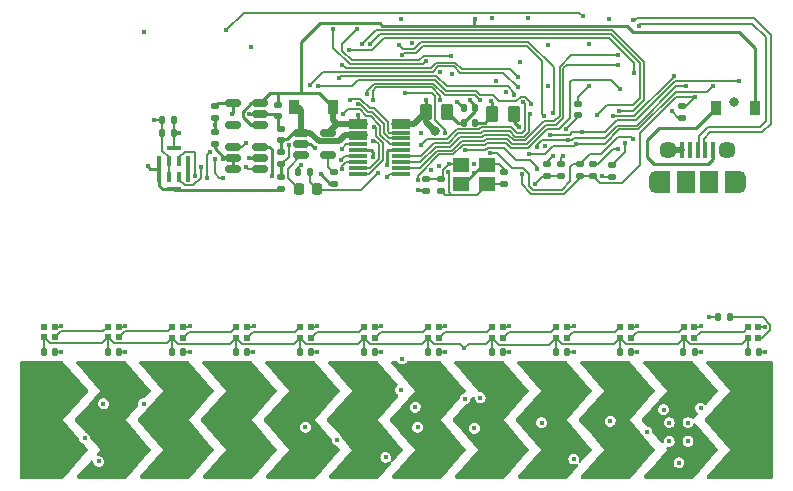
<source format=gbr>
%TF.GenerationSoftware,KiCad,Pcbnew,(6.0.0)*%
%TF.CreationDate,2022-04-23T22:24:28+01:00*%
%TF.ProjectId,main,6d61696e-2e6b-4696-9361-645f70636258,rev?*%
%TF.SameCoordinates,Original*%
%TF.FileFunction,Copper,L4,Bot*%
%TF.FilePolarity,Positive*%
%FSLAX46Y46*%
G04 Gerber Fmt 4.6, Leading zero omitted, Abs format (unit mm)*
G04 Created by KiCad (PCBNEW (6.0.0)) date 2022-04-23 22:24:28*
%MOMM*%
%LPD*%
G01*
G04 APERTURE LIST*
G04 Aperture macros list*
%AMRoundRect*
0 Rectangle with rounded corners*
0 $1 Rounding radius*
0 $2 $3 $4 $5 $6 $7 $8 $9 X,Y pos of 4 corners*
0 Add a 4 corners polygon primitive as box body*
4,1,4,$2,$3,$4,$5,$6,$7,$8,$9,$2,$3,0*
0 Add four circle primitives for the rounded corners*
1,1,$1+$1,$2,$3*
1,1,$1+$1,$4,$5*
1,1,$1+$1,$6,$7*
1,1,$1+$1,$8,$9*
0 Add four rect primitives between the rounded corners*
20,1,$1+$1,$2,$3,$4,$5,0*
20,1,$1+$1,$4,$5,$6,$7,0*
20,1,$1+$1,$6,$7,$8,$9,0*
20,1,$1+$1,$8,$9,$2,$3,0*%
G04 Aperture macros list end*
%TA.AperFunction,SMDPad,CuDef*%
%ADD10RoundRect,0.218750X-0.218750X-0.256250X0.218750X-0.256250X0.218750X0.256250X-0.218750X0.256250X0*%
%TD*%
%TA.AperFunction,SMDPad,CuDef*%
%ADD11RoundRect,0.250000X-0.262500X-0.450000X0.262500X-0.450000X0.262500X0.450000X-0.262500X0.450000X0*%
%TD*%
%TA.AperFunction,SMDPad,CuDef*%
%ADD12R,1.400000X1.200000*%
%TD*%
%TA.AperFunction,SMDPad,CuDef*%
%ADD13RoundRect,0.135000X0.185000X-0.135000X0.185000X0.135000X-0.185000X0.135000X-0.185000X-0.135000X0*%
%TD*%
%TA.AperFunction,SMDPad,CuDef*%
%ADD14RoundRect,0.140000X0.170000X-0.140000X0.170000X0.140000X-0.170000X0.140000X-0.170000X-0.140000X0*%
%TD*%
%TA.AperFunction,SMDPad,CuDef*%
%ADD15RoundRect,0.135000X-0.135000X-0.185000X0.135000X-0.185000X0.135000X0.185000X-0.135000X0.185000X0*%
%TD*%
%TA.AperFunction,SMDPad,CuDef*%
%ADD16R,0.500000X0.500000*%
%TD*%
%TA.AperFunction,SMDPad,CuDef*%
%ADD17RoundRect,0.140000X-0.140000X-0.170000X0.140000X-0.170000X0.140000X0.170000X-0.140000X0.170000X0*%
%TD*%
%TA.AperFunction,SMDPad,CuDef*%
%ADD18RoundRect,0.135000X-0.185000X0.135000X-0.185000X-0.135000X0.185000X-0.135000X0.185000X0.135000X0*%
%TD*%
%TA.AperFunction,SMDPad,CuDef*%
%ADD19R,0.900000X1.200000*%
%TD*%
%TA.AperFunction,SMDPad,CuDef*%
%ADD20R,0.400000X1.350000*%
%TD*%
%TA.AperFunction,SMDPad,CuDef*%
%ADD21R,1.500000X1.900000*%
%TD*%
%TA.AperFunction,ComponentPad*%
%ADD22C,1.450000*%
%TD*%
%TA.AperFunction,SMDPad,CuDef*%
%ADD23R,1.200000X1.900000*%
%TD*%
%TA.AperFunction,ComponentPad*%
%ADD24O,1.200000X1.900000*%
%TD*%
%TA.AperFunction,SMDPad,CuDef*%
%ADD25RoundRect,0.250000X0.262500X0.450000X-0.262500X0.450000X-0.262500X-0.450000X0.262500X-0.450000X0*%
%TD*%
%TA.AperFunction,SMDPad,CuDef*%
%ADD26RoundRect,0.140000X-0.170000X0.140000X-0.170000X-0.140000X0.170000X-0.140000X0.170000X0.140000X0*%
%TD*%
%TA.AperFunction,SMDPad,CuDef*%
%ADD27R,0.406400X0.939800*%
%TD*%
%TA.AperFunction,SMDPad,CuDef*%
%ADD28R,1.295400X0.355600*%
%TD*%
%TA.AperFunction,SMDPad,CuDef*%
%ADD29R,0.355600X2.311400*%
%TD*%
%TA.AperFunction,SMDPad,CuDef*%
%ADD30RoundRect,0.150000X0.512500X0.150000X-0.512500X0.150000X-0.512500X-0.150000X0.512500X-0.150000X0*%
%TD*%
%TA.AperFunction,SMDPad,CuDef*%
%ADD31RoundRect,0.150000X-0.512500X-0.150000X0.512500X-0.150000X0.512500X0.150000X-0.512500X0.150000X0*%
%TD*%
%TA.AperFunction,SMDPad,CuDef*%
%ADD32R,1.600000X0.300000*%
%TD*%
%TA.AperFunction,SMDPad,CuDef*%
%ADD33RoundRect,0.140000X0.140000X0.170000X-0.140000X0.170000X-0.140000X-0.170000X0.140000X-0.170000X0*%
%TD*%
%TA.AperFunction,ViaPad*%
%ADD34C,0.400000*%
%TD*%
%TA.AperFunction,ViaPad*%
%ADD35C,0.800000*%
%TD*%
%TA.AperFunction,Conductor*%
%ADD36C,0.127000*%
%TD*%
%TA.AperFunction,Conductor*%
%ADD37C,0.254000*%
%TD*%
%TA.AperFunction,Conductor*%
%ADD38C,0.508000*%
%TD*%
%TA.AperFunction,Conductor*%
%ADD39C,0.200000*%
%TD*%
G04 APERTURE END LIST*
D10*
%TO.P,CHG1,1,C*%
%TO.N,Net-(CHG1-Pad1)*%
X89212500Y-95200000D03*
%TO.P,CHG1,2,A*%
%TO.N,/CHRG_STAT*%
X90787500Y-95200000D03*
%TD*%
D11*
%TO.P,FB70,1,P$1*%
%TO.N,GND*%
X100000000Y-88720000D03*
%TO.P,FB70,2,P$2*%
%TO.N,GNDA*%
X101825000Y-88720000D03*
%TD*%
D12*
%TO.P,X20,1,1*%
%TO.N,Net-(C22-Pad1)*%
X105200000Y-94800000D03*
%TO.P,X20,2,2*%
%TO.N,Net-(C23-Pad1)*%
X103000000Y-93200000D03*
%TO.P,X20,GND1*%
%TO.N,N/C*%
X105200000Y-93200000D03*
%TO.P,X20,GND2*%
X103000000Y-94800000D03*
%TD*%
D13*
%TO.P,R25,1,1*%
%TO.N,GND*%
X110290000Y-94160000D03*
%TO.P,R25,2,2*%
%TO.N,/GPIO0*%
X110290000Y-93140000D03*
%TD*%
D14*
%TO.P,C22,1,1*%
%TO.N,Net-(C22-Pad1)*%
X106600000Y-94780000D03*
%TO.P,C22,2,2*%
%TO.N,GND*%
X106600000Y-93820000D03*
%TD*%
D13*
%TO.P,R26,1,1*%
%TO.N,GND*%
X111450000Y-94160000D03*
%TO.P,R26,2,2*%
%TO.N,/GPIO1*%
X111450000Y-93140000D03*
%TD*%
D15*
%TO.P,R72,1,1*%
%TO.N,+3V3*%
X89190000Y-93800000D03*
%TO.P,R72,2,2*%
%TO.N,/CHRG_STAT*%
X90210000Y-93800000D03*
%TD*%
D16*
%TO.P,D611,1,VSS*%
%TO.N,GND*%
X68564008Y-106873489D03*
%TO.P,D611,2,DIN*%
%TO.N,Net-(D610-Pad4)*%
X68564008Y-107773489D03*
%TO.P,D611,3,VDD*%
%TO.N,/RGB_VDD*%
X67664008Y-107773489D03*
%TO.P,D611,4,DOUT*%
%TO.N,unconnected-(D611-Pad4)*%
X67664008Y-106873489D03*
%TD*%
D17*
%TO.P,C609,1,1*%
%TO.N,/RGB_VDD*%
X78475715Y-109000000D03*
%TO.P,C609,2,2*%
%TO.N,GND*%
X79435715Y-109000000D03*
%TD*%
D18*
%TO.P,R70,1,1*%
%TO.N,/A4*%
X87700000Y-94180000D03*
%TO.P,R70,2,2*%
%TO.N,GND*%
X87700000Y-95200000D03*
%TD*%
D14*
%TO.P,C74,1,1*%
%TO.N,+3V3*%
X82100000Y-91380000D03*
%TO.P,C74,2,2*%
%TO.N,GND*%
X82100000Y-90420000D03*
%TD*%
D16*
%TO.P,D605,1,VSS*%
%TO.N,GND*%
X101068132Y-106923489D03*
%TO.P,D605,2,DIN*%
%TO.N,Net-(D604-Pad4)*%
X101068132Y-107823489D03*
%TO.P,D605,3,VDD*%
%TO.N,/RGB_VDD*%
X100168132Y-107823489D03*
%TO.P,D605,4,DOUT*%
%TO.N,Net-(D605-Pad4)*%
X100168132Y-106923489D03*
%TD*%
D19*
%TO.P,D71,1,C*%
%TO.N,VBUS*%
X92150000Y-88300000D03*
%TO.P,D71,2,A*%
%TO.N,+BATT*%
X88850000Y-88300000D03*
%TD*%
D16*
%TO.P,D600,1,VSS*%
%TO.N,GND*%
X128154903Y-106923489D03*
%TO.P,D600,2,DIN*%
%TO.N,Net-(D600-Pad2)*%
X128154903Y-107823489D03*
%TO.P,D600,3,VDD*%
%TO.N,/RGB_VDD*%
X127254903Y-107823489D03*
%TO.P,D600,4,DOUT*%
%TO.N,Net-(D600-Pad4)*%
X127254903Y-106923489D03*
%TD*%
D20*
%TO.P,CN70,1,VBUS*%
%TO.N,Net-(CN70-Pad1)*%
X124300000Y-91900000D03*
%TO.P,CN70,2,D+*%
%TO.N,/D+*%
X123650000Y-91900000D03*
%TO.P,CN70,3,D-*%
%TO.N,/D-*%
X123000000Y-91900000D03*
%TO.P,CN70,4,ID*%
%TO.N,unconnected-(CN70-Pad4)*%
X122350000Y-91900000D03*
%TO.P,CN70,5,GND*%
%TO.N,GND*%
X121700000Y-91900000D03*
D21*
%TO.P,CN70,6,GND*%
X122000000Y-94600000D03*
D22*
X120500000Y-91900000D03*
D23*
X120100000Y-94600000D03*
D21*
X124000000Y-94600000D03*
D24*
X119500000Y-94600000D03*
D22*
X125500000Y-91900000D03*
D24*
X126500000Y-94600000D03*
D23*
X125900000Y-94600000D03*
%TD*%
D16*
%TO.P,D607,1,VSS*%
%TO.N,GND*%
X90233424Y-106923489D03*
%TO.P,D607,2,DIN*%
%TO.N,Net-(D606-Pad4)*%
X90233424Y-107823489D03*
%TO.P,D607,3,VDD*%
%TO.N,/RGB_VDD*%
X89333424Y-107823489D03*
%TO.P,D607,4,DOUT*%
%TO.N,Net-(D607-Pad4)*%
X89333424Y-106923489D03*
%TD*%
D13*
%TO.P,R24,1,1*%
%TO.N,+3.3VA*%
X114150000Y-94160000D03*
%TO.P,R24,2,2*%
%TO.N,/D5*%
X114150000Y-93140000D03*
%TD*%
D18*
%TO.P,R73,1,1*%
%TO.N,Net-(R73-Pad1)*%
X92200000Y-93790000D03*
%TO.P,R73,2,2*%
%TO.N,GND*%
X92200000Y-94810000D03*
%TD*%
D17*
%TO.P,C606,1,1*%
%TO.N,/RGB_VDD*%
X94727201Y-109000000D03*
%TO.P,C606,2,2*%
%TO.N,GND*%
X95687201Y-109000000D03*
%TD*%
D16*
%TO.P,D601,1,VSS*%
%TO.N,GND*%
X122737548Y-106923489D03*
%TO.P,D601,2,DIN*%
%TO.N,Net-(D600-Pad4)*%
X122737548Y-107823489D03*
%TO.P,D601,3,VDD*%
%TO.N,/RGB_VDD*%
X121837548Y-107823489D03*
%TO.P,D601,4,DOUT*%
%TO.N,Net-(D601-Pad4)*%
X121837548Y-106923489D03*
%TD*%
D25*
%TO.P,FB71,1,P$1*%
%TO.N,+3.3VA*%
X107425000Y-88900000D03*
%TO.P,FB71,2,P$2*%
%TO.N,VDDA*%
X105600000Y-88900000D03*
%TD*%
D26*
%TO.P,C71,1,1*%
%TO.N,VBUS*%
X87500000Y-88120000D03*
%TO.P,C71,2,2*%
%TO.N,GND*%
X87500000Y-89080000D03*
%TD*%
D13*
%TO.P,R23,1,1*%
%TO.N,+3.3VA*%
X113020000Y-94160000D03*
%TO.P,R23,2,2*%
%TO.N,/D6*%
X113020000Y-93140000D03*
%TD*%
D27*
%TO.P,U9,1,VDD*%
%TO.N,+3V3*%
X78214792Y-94176275D03*
%TO.P,U9,2,LR*%
X78214792Y-92823725D03*
%TO.P,U9,3,CLK*%
%TO.N,/DMIC1_CLK*%
X79116492Y-92823725D03*
%TO.P,U9,4,DOUT*%
%TO.N,/DMIC1_L*%
X79116492Y-94176275D03*
D28*
%TO.P,U9,5,GND*%
%TO.N,GND*%
X78665642Y-95227200D03*
%TO.P,U9,6,GND*%
X78665642Y-91772800D03*
D29*
%TO.P,U9,7,GND*%
X77440092Y-93500000D03*
%TO.P,U9,8,GND*%
X79891192Y-93500000D03*
%TD*%
D17*
%TO.P,C605,1,1*%
%TO.N,/RGB_VDD*%
X100144826Y-109000000D03*
%TO.P,C605,2,2*%
%TO.N,GND*%
X101104826Y-109000000D03*
%TD*%
%TO.P,C601,1,1*%
%TO.N,/RGB_VDD*%
X121804969Y-109000000D03*
%TO.P,C601,2,2*%
%TO.N,GND*%
X122764969Y-109000000D03*
%TD*%
%TO.P,C600,1,1*%
%TO.N,/RGB_VDD*%
X127229539Y-109000000D03*
%TO.P,C600,2,2*%
%TO.N,GND*%
X128189539Y-109000000D03*
%TD*%
D19*
%TO.P,D72,1,C*%
%TO.N,VBUS*%
X127850000Y-88400000D03*
%TO.P,D72,2,A*%
%TO.N,Net-(CN70-Pad1)*%
X124550000Y-88400000D03*
%TD*%
D17*
%TO.P,C611,1,1*%
%TO.N,/RGB_VDD*%
X67630000Y-109000000D03*
%TO.P,C611,2,2*%
%TO.N,GND*%
X68590000Y-109000000D03*
%TD*%
D26*
%TO.P,C23,1,1*%
%TO.N,Net-(C23-Pad1)*%
X100000000Y-94420000D03*
%TO.P,C23,2,2*%
%TO.N,GND*%
X100000000Y-95380000D03*
%TD*%
D17*
%TO.P,C90,1,1*%
%TO.N,+3V3*%
X77685642Y-89400000D03*
%TO.P,C90,2,2*%
%TO.N,GND*%
X78645642Y-89400000D03*
%TD*%
%TO.P,C604,1,1*%
%TO.N,/RGB_VDD*%
X105558203Y-109000000D03*
%TO.P,C604,2,2*%
%TO.N,GND*%
X106518203Y-109000000D03*
%TD*%
D16*
%TO.P,D606,1,VSS*%
%TO.N,GND*%
X95650778Y-106923489D03*
%TO.P,D606,2,DIN*%
%TO.N,Net-(D605-Pad4)*%
X95650778Y-107823489D03*
%TO.P,D606,3,VDD*%
%TO.N,/RGB_VDD*%
X94750778Y-107823489D03*
%TO.P,D606,4,DOUT*%
%TO.N,Net-(D606-Pad4)*%
X94750778Y-106923489D03*
%TD*%
D30*
%TO.P,U70,1,IN*%
%TO.N,VBUS*%
X85937500Y-87950000D03*
%TO.P,U70,2,GND*%
%TO.N,GND*%
X85937500Y-88900000D03*
%TO.P,U70,3,EN*%
%TO.N,VBUS*%
X85937500Y-89850000D03*
%TO.P,U70,4,P4*%
%TO.N,unconnected-(U70-Pad4)*%
X83662500Y-89850000D03*
%TO.P,U70,5,OUT*%
%TO.N,+3V3*%
X83662500Y-87950000D03*
%TD*%
D31*
%TO.P,U72,1,STAT*%
%TO.N,Net-(CHG1-Pad1)*%
X89462500Y-92350000D03*
%TO.P,U72,2,VSS*%
%TO.N,GND*%
X89462500Y-91400000D03*
%TO.P,U72,3,VBAT*%
%TO.N,+BATT*%
X89462500Y-90450000D03*
%TO.P,U72,4,VDD*%
%TO.N,VBUS*%
X91737500Y-90450000D03*
%TO.P,U72,5,PROG*%
%TO.N,Net-(R73-Pad1)*%
X91737500Y-92350000D03*
%TD*%
D17*
%TO.P,C608,1,1*%
%TO.N,/RGB_VDD*%
X83890871Y-109000000D03*
%TO.P,C608,2,2*%
%TO.N,GND*%
X84850871Y-109000000D03*
%TD*%
D26*
%TO.P,C24,1,1*%
%TO.N,+3.3VA*%
X121700000Y-88220000D03*
%TO.P,C24,2,2*%
%TO.N,GND*%
X121700000Y-89180000D03*
%TD*%
D17*
%TO.P,C602,1,1*%
%TO.N,/RGB_VDD*%
X116393093Y-109000000D03*
%TO.P,C602,2,2*%
%TO.N,GND*%
X117353093Y-109000000D03*
%TD*%
D14*
%TO.P,C11,1,1*%
%TO.N,+3V3*%
X112900000Y-88980000D03*
%TO.P,C11,2,2*%
%TO.N,GND*%
X112900000Y-88020000D03*
%TD*%
D15*
%TO.P,R60,1,1*%
%TO.N,/D2*%
X124690000Y-106100000D03*
%TO.P,R60,2,2*%
%TO.N,Net-(D600-Pad2)*%
X125710000Y-106100000D03*
%TD*%
D13*
%TO.P,R22,1,1*%
%TO.N,Net-(C22-Pad1)*%
X101300000Y-95410000D03*
%TO.P,R22,2,2*%
%TO.N,Net-(C23-Pad1)*%
X101300000Y-94390000D03*
%TD*%
D14*
%TO.P,C77,1,1*%
%TO.N,+BATT*%
X87700000Y-91080000D03*
%TO.P,C77,2,2*%
%TO.N,GND*%
X87700000Y-90120000D03*
%TD*%
D16*
%TO.P,D602,1,VSS*%
%TO.N,GND*%
X117320194Y-106923489D03*
%TO.P,D602,2,DIN*%
%TO.N,Net-(D601-Pad4)*%
X117320194Y-107823489D03*
%TO.P,D602,3,VDD*%
%TO.N,/RGB_VDD*%
X116420194Y-107823489D03*
%TO.P,D602,4,DOUT*%
%TO.N,Net-(D602-Pad4)*%
X116420194Y-106923489D03*
%TD*%
%TO.P,D604,1,VSS*%
%TO.N,GND*%
X106485486Y-106923489D03*
%TO.P,D604,2,DIN*%
%TO.N,Net-(D603-Pad4)*%
X106485486Y-107823489D03*
%TO.P,D604,3,VDD*%
%TO.N,/RGB_VDD*%
X105585486Y-107823489D03*
%TO.P,D604,4,DOUT*%
%TO.N,Net-(D604-Pad4)*%
X105585486Y-106923489D03*
%TD*%
D30*
%TO.P,U71,1,VOUT2*%
%TO.N,+3.3VA*%
X85937500Y-91650000D03*
%TO.P,U71,2,GND*%
%TO.N,GND*%
X85937500Y-92600000D03*
%TO.P,U71,3,EN2*%
%TO.N,/D4*%
X85937500Y-93550000D03*
%TO.P,U71,4,EN1*%
%TO.N,+3V3*%
X83662500Y-93550000D03*
%TO.P,U71,5,VIN*%
X83662500Y-92600000D03*
%TO.P,U71,6,VOUT1*%
%TO.N,+1V8*%
X83662500Y-91650000D03*
%TD*%
D17*
%TO.P,C607,1,1*%
%TO.N,/RGB_VDD*%
X89309267Y-109000000D03*
%TO.P,C607,2,2*%
%TO.N,GND*%
X90269267Y-109000000D03*
%TD*%
D18*
%TO.P,R71,1,1*%
%TO.N,+BATT*%
X87700000Y-92120000D03*
%TO.P,R71,2,2*%
%TO.N,/A4*%
X87700000Y-93140000D03*
%TD*%
D16*
%TO.P,D610,1,VSS*%
%TO.N,GND*%
X73981362Y-106873489D03*
%TO.P,D610,2,DIN*%
%TO.N,Net-(D609-Pad4)*%
X73981362Y-107773489D03*
%TO.P,D610,3,VDD*%
%TO.N,/RGB_VDD*%
X73081362Y-107773489D03*
%TO.P,D610,4,DOUT*%
%TO.N,Net-(D610-Pad4)*%
X73081362Y-106873489D03*
%TD*%
%TO.P,D608,1,VSS*%
%TO.N,GND*%
X84816070Y-106923489D03*
%TO.P,D608,2,DIN*%
%TO.N,Net-(D607-Pad4)*%
X84816070Y-107823489D03*
%TO.P,D608,3,VDD*%
%TO.N,/RGB_VDD*%
X83916070Y-107823489D03*
%TO.P,D608,4,DOUT*%
%TO.N,Net-(D608-Pad4)*%
X83916070Y-106923489D03*
%TD*%
D17*
%TO.P,C20,1,1*%
%TO.N,Net-(C20-Pad1)*%
X103232500Y-88400000D03*
%TO.P,C20,2,2*%
%TO.N,GNDA*%
X104192500Y-88400000D03*
%TD*%
%TO.P,C610,1,1*%
%TO.N,/RGB_VDD*%
X73053846Y-109000000D03*
%TO.P,C610,2,2*%
%TO.N,GND*%
X74013846Y-109000000D03*
%TD*%
D16*
%TO.P,D603,1,VSS*%
%TO.N,GND*%
X111902840Y-106923489D03*
%TO.P,D603,2,DIN*%
%TO.N,Net-(D602-Pad4)*%
X111902840Y-107823489D03*
%TO.P,D603,3,VDD*%
%TO.N,/RGB_VDD*%
X111002840Y-107823489D03*
%TO.P,D603,4,DOUT*%
%TO.N,Net-(D603-Pad4)*%
X111002840Y-106923489D03*
%TD*%
D17*
%TO.P,C91,1,1*%
%TO.N,+3V3*%
X77685642Y-90500000D03*
%TO.P,C91,2,2*%
%TO.N,GND*%
X78645642Y-90500000D03*
%TD*%
D32*
%TO.P,J10,1,Pin_1*%
%TO.N,/vs1053_LEFT*%
X94250000Y-93950000D03*
%TO.P,J10,2,Pin_2*%
%TO.N,/vs1053_RIGHT*%
X94250000Y-93450000D03*
%TO.P,J10,3,Pin_3*%
%TO.N,/AOHPL*%
X94250000Y-92950000D03*
%TO.P,J10,4,Pin_4*%
%TO.N,/AOHPR*%
X94250000Y-92450000D03*
%TO.P,J10,5,Pin_5*%
%TO.N,GNDA*%
X94250000Y-91950000D03*
%TO.P,J10,6,Pin_6*%
%TO.N,/D7*%
X94250000Y-91450000D03*
%TO.P,J10,7,Pin_7*%
%TO.N,+BATT*%
X94250000Y-90950000D03*
%TO.P,J10,8,Pin_8*%
X94250000Y-90450000D03*
%TO.P,J10,9,Pin_9*%
%TO.N,VBUS*%
X94250000Y-89950000D03*
%TO.P,J10,10,Pin_10*%
X94250000Y-89450000D03*
%TO.P,J10,11,Pin_11*%
%TO.N,+1V8*%
X97850000Y-93950000D03*
%TO.P,J10,12,Pin_12*%
%TO.N,/SDA*%
X97850000Y-93450000D03*
%TO.P,J10,13,Pin_13*%
%TO.N,/SCL*%
X97850000Y-92950000D03*
%TO.P,J10,14,Pin_14*%
%TO.N,/D3*%
X97850000Y-92450000D03*
%TO.P,J10,15,Pin_15*%
%TO.N,+3V3*%
X97850000Y-91950000D03*
%TO.P,J10,16,Pin_16*%
%TO.N,/A3*%
X97850000Y-91450000D03*
%TO.P,J10,17,Pin_17*%
%TO.N,/D2*%
X97850000Y-90950000D03*
%TO.P,J10,18,Pin_18*%
%TO.N,/D11*%
X97850000Y-90450000D03*
%TO.P,J10,19,Pin_19*%
%TO.N,GND*%
X97850000Y-89950000D03*
%TO.P,J10,20,Pin_20*%
X97850000Y-89450000D03*
%TD*%
D17*
%TO.P,C603,1,1*%
%TO.N,/RGB_VDD*%
X110971456Y-109000000D03*
%TO.P,C603,2,2*%
%TO.N,GND*%
X111931456Y-109000000D03*
%TD*%
D16*
%TO.P,D609,1,VSS*%
%TO.N,GND*%
X79398716Y-106923489D03*
%TO.P,D609,2,DIN*%
%TO.N,Net-(D608-Pad4)*%
X79398716Y-107823489D03*
%TO.P,D609,3,VDD*%
%TO.N,/RGB_VDD*%
X78498716Y-107823489D03*
%TO.P,D609,4,DOUT*%
%TO.N,Net-(D609-Pad4)*%
X78498716Y-106923489D03*
%TD*%
D26*
%TO.P,C72,1,1*%
%TO.N,+3V3*%
X82100000Y-88220000D03*
%TO.P,C72,2,2*%
%TO.N,GND*%
X82100000Y-89180000D03*
%TD*%
D33*
%TO.P,C70,1,1*%
%TO.N,VDDA*%
X104192500Y-89600000D03*
%TO.P,C70,2,2*%
%TO.N,GNDA*%
X103232500Y-89600000D03*
%TD*%
D18*
%TO.P,R10,1,1*%
%TO.N,/D13*%
X115730000Y-93160000D03*
%TO.P,R10,2,2*%
%TO.N,Net-(D10-Pad2)*%
X115730000Y-94180000D03*
%TD*%
D34*
%TO.N,GND*%
X79132003Y-90500000D03*
X101089163Y-93302621D03*
X80000000Y-106848509D03*
X123305924Y-106837000D03*
X105600000Y-80763000D03*
X96200000Y-109000000D03*
X69100000Y-109000000D03*
X76100000Y-81900000D03*
X85000000Y-92600000D03*
X110300000Y-86500000D03*
X107000000Y-109000000D03*
X104100000Y-93900000D03*
X72700000Y-113400000D03*
X69100000Y-106798509D03*
X128700000Y-106900000D03*
X76450000Y-93300000D03*
X85000000Y-88900000D03*
X91100000Y-94000000D03*
X100000000Y-87724500D03*
X113781250Y-82981250D03*
X96200000Y-106848509D03*
X120800000Y-88600000D03*
X107000317Y-106848509D03*
X101602462Y-106848509D03*
X106800000Y-87037011D03*
X101600000Y-109000000D03*
D35*
X100752637Y-90330920D03*
D34*
X128700000Y-109000000D03*
X110300000Y-83000000D03*
X99100000Y-113700000D03*
X109800000Y-115000000D03*
X109240000Y-94830000D03*
X85407793Y-106848509D03*
X82100000Y-89800000D03*
X72300000Y-118300000D03*
X104600000Y-112900000D03*
X74500000Y-109000000D03*
X123300000Y-109000000D03*
X113800000Y-86500000D03*
X117907471Y-106848509D03*
X85200000Y-83200000D03*
X97900000Y-80800000D03*
X80000000Y-109000000D03*
X117900000Y-109000000D03*
X85400000Y-109000000D03*
D35*
X126100000Y-87900000D03*
D34*
X112500000Y-106848509D03*
X90584423Y-91759073D03*
X99300000Y-95300000D03*
X90800000Y-109000000D03*
X89800000Y-115400000D03*
X90800000Y-106848509D03*
X76100000Y-113400000D03*
X112500000Y-109000000D03*
X74502781Y-106798509D03*
%TO.N,Net-(C20-Pad1)*%
X102645499Y-87839545D03*
%TO.N,GNDA*%
X122189588Y-115000000D03*
X115609588Y-114900000D03*
X112515000Y-118090000D03*
X103750000Y-87725000D03*
X120589588Y-116600000D03*
X95527595Y-92493646D03*
X92500000Y-116500000D03*
X120589588Y-115000000D03*
X105900000Y-86073989D03*
X101219399Y-85317553D03*
X122189588Y-116600000D03*
%TO.N,/~{RESET}*%
X83100000Y-81800000D03*
X113300000Y-80600000D03*
X109365892Y-93500017D03*
X103322740Y-91964840D03*
%TO.N,Net-(C22-Pad1)*%
X101900000Y-93800000D03*
%TO.N,Net-(C23-Pad1)*%
X101967561Y-93084032D03*
%TO.N,+3.3VA*%
X86980500Y-94100498D03*
X122785880Y-87463000D03*
X104100000Y-93100000D03*
X99600000Y-90500000D03*
X107900000Y-90000000D03*
X100419666Y-93619666D03*
X108100000Y-93973989D03*
%TO.N,+3V3*%
X111900000Y-90159700D03*
X98800000Y-82906060D03*
X110100000Y-91548711D03*
X71100000Y-116300000D03*
X99300000Y-115400000D03*
X76950000Y-89400000D03*
X107925000Y-84500000D03*
X89400000Y-93200000D03*
X108600000Y-80763000D03*
X82800000Y-92700000D03*
X104100000Y-115500000D03*
X83600000Y-88900000D03*
X96663104Y-93199565D03*
X115500000Y-80831011D03*
%TO.N,VDDA*%
X105500000Y-87800000D03*
X102226162Y-85475221D03*
%TO.N,VBUS*%
X104125000Y-80800000D03*
X94220000Y-88960000D03*
%TO.N,+1V8*%
X96600000Y-117957440D03*
X120122688Y-113900000D03*
X101600000Y-90530920D03*
X98254369Y-87090849D03*
X123256488Y-113766900D03*
X84800000Y-91310480D03*
X96710000Y-94230000D03*
%TO.N,/RGB_VDD*%
X103262500Y-108700000D03*
X103300000Y-113000000D03*
%TO.N,/MISO*%
X110500931Y-90622700D03*
X113238000Y-90437000D03*
X126505000Y-86095000D03*
%TO.N,/SCLK*%
X124300000Y-86536480D03*
X108701608Y-92231489D03*
X112700000Y-91400000D03*
%TO.N,/MOSI*%
X109400931Y-91700931D03*
X122000000Y-86536480D03*
X112000000Y-91100000D03*
%TO.N,/D5*%
X116259517Y-91859517D03*
X120977967Y-85634958D03*
X115810862Y-89073480D03*
%TO.N,/D13*%
X116816826Y-91305571D03*
%TO.N,/GPIO1*%
X111600000Y-92400000D03*
%TO.N,/D6*%
X105437000Y-92200498D03*
X117529621Y-90979051D03*
%TO.N,/GPIO0*%
X110794500Y-92400000D03*
%TO.N,/SCL*%
X116303119Y-83906021D03*
%TO.N,/SDA*%
X116300000Y-84700000D03*
%TO.N,/D2*%
X94238503Y-88033989D03*
X124000000Y-106100000D03*
X98000000Y-109600000D03*
X114500000Y-89000000D03*
X97854890Y-112232091D03*
X95300000Y-82956604D03*
%TO.N,/CHRG_STAT*%
X92600000Y-85800000D03*
X95973500Y-93900000D03*
X107495210Y-87295210D03*
%TO.N,/A4*%
X90200000Y-86400000D03*
X88400500Y-91520949D03*
X107800000Y-86600000D03*
%TO.N,/vs1053_RIGHT*%
X95021962Y-87145007D03*
X104582417Y-87713502D03*
X95524234Y-91140347D03*
%TO.N,/vs1053_LEFT*%
X95584287Y-89963046D03*
X101219594Y-87718396D03*
X95500000Y-87700000D03*
%TO.N,/AOHPR*%
X81454173Y-94299989D03*
X81675919Y-92112023D03*
X92834598Y-92734598D03*
%TO.N,/AOHPL*%
X82100000Y-92720949D03*
X92900000Y-93500000D03*
X82800000Y-94300000D03*
%TO.N,/LED1*%
X94175000Y-81704084D03*
X102100000Y-84000000D03*
%TO.N,/LED2*%
X100000000Y-84400000D03*
X92150000Y-81704084D03*
%TO.N,/D9*%
X108200000Y-87900000D03*
X99600000Y-91500000D03*
%TO.N,/D4*%
X84800000Y-93400000D03*
X90900000Y-86500000D03*
X108900000Y-88012000D03*
%TO.N,/D3*%
X108826011Y-88900000D03*
%TO.N,/BM83_UART_RX*%
X109958987Y-89043649D03*
X98000000Y-83877880D03*
%TO.N,/BM83_UART_TX*%
X110726967Y-88828112D03*
X97700000Y-83000000D03*
%TO.N,/D11*%
X94600000Y-82956604D03*
X116353826Y-88600000D03*
X93569077Y-87716831D03*
%TO.N,/D10*%
X99290500Y-94500000D03*
X116400000Y-86800000D03*
%TO.N,/D7*%
X93461279Y-83440543D03*
X92900000Y-91808587D03*
X117600000Y-85424502D03*
%TO.N,/D-*%
X118033623Y-81407894D03*
%TO.N,/D+*%
X117538647Y-80912918D03*
%TO.N,/DMIC1_CLK*%
X80468494Y-94100000D03*
%TO.N,/DMIC1_L*%
X80931494Y-93373989D03*
%TO.N,/ELEC0*%
X126700000Y-110100000D03*
%TO.N,/ELEC1*%
X120700000Y-110000000D03*
%TO.N,/ELEC2*%
X115300000Y-110000000D03*
%TO.N,/ELEC3*%
X110000000Y-110000000D03*
%TO.N,/ELEC4*%
X104808276Y-109991724D03*
%TO.N,/ELEC5*%
X99400000Y-110000000D03*
%TO.N,/ELEC6*%
X94000000Y-110000000D03*
%TO.N,/ELEC7*%
X88700000Y-110000000D03*
%TO.N,/ELEC8*%
X83400000Y-110000000D03*
%TO.N,/ELEC9*%
X78100000Y-110000000D03*
%TO.N,/ELEC10*%
X72600000Y-110000000D03*
%TO.N,/ELEC11*%
X67500000Y-110100000D03*
%TO.N,Net-(C89-Pad1)*%
X121422688Y-118400000D03*
X118722688Y-115800000D03*
%TO.N,Net-(D10-Pad2)*%
X114936180Y-94150000D03*
%TO.N,/A3*%
X93000000Y-88900000D03*
X92900000Y-84700000D03*
X107778315Y-85707885D03*
%TD*%
D36*
%TO.N,GND*%
X111931456Y-109000000D02*
X112500000Y-109000000D01*
X101527482Y-106923489D02*
X101602462Y-106848509D01*
X74013846Y-109000000D02*
X74500000Y-109000000D01*
X112900000Y-88020000D02*
X112900000Y-87400000D01*
D37*
X103200000Y-94800000D02*
X103000000Y-94800000D01*
D36*
X101104826Y-109000000D02*
X101600000Y-109000000D01*
D37*
X77440092Y-93500000D02*
X76650000Y-93500000D01*
D36*
X106925337Y-106923489D02*
X107000317Y-106848509D01*
X85332813Y-106923489D02*
X85407793Y-106848509D01*
D37*
X77727200Y-95227200D02*
X78665642Y-95227200D01*
D36*
X106600000Y-93500000D02*
X106200000Y-93100000D01*
D37*
X87500000Y-89080000D02*
X87500000Y-89920000D01*
D36*
X122764969Y-109000000D02*
X123300000Y-109000000D01*
D37*
X90225350Y-91400000D02*
X90584423Y-91759073D01*
X78665642Y-95227200D02*
X78747173Y-95308731D01*
D36*
X121700000Y-89180000D02*
X121380000Y-89180000D01*
X68564008Y-106873489D02*
X69025020Y-106873489D01*
D38*
X100000000Y-88720000D02*
X100000000Y-89578283D01*
D36*
X90269267Y-109000000D02*
X90800000Y-109000000D01*
D37*
X87591269Y-95308731D02*
X78747173Y-95308731D01*
D36*
X117353093Y-109000000D02*
X117900000Y-109000000D01*
X78665642Y-91772800D02*
X78665642Y-90520000D01*
D37*
X87500000Y-89920000D02*
X87700000Y-90120000D01*
D38*
X120500000Y-91900000D02*
X121696489Y-91900000D01*
D37*
X85937500Y-88900000D02*
X87320000Y-88900000D01*
X82100000Y-90420000D02*
X82100000Y-89800000D01*
X99920000Y-95300000D02*
X100000000Y-95380000D01*
D36*
X128676511Y-106923489D02*
X128700000Y-106900000D01*
X111902840Y-106923489D02*
X112425020Y-106923489D01*
X78645642Y-90500000D02*
X79132003Y-90500000D01*
X123219435Y-106923489D02*
X123305924Y-106837000D01*
D37*
X87591269Y-95308731D02*
X87700000Y-95200000D01*
D36*
X112425020Y-106923489D02*
X112500000Y-106848509D01*
D37*
X85937500Y-92600000D02*
X85000000Y-92600000D01*
D36*
X79925020Y-106923489D02*
X80000000Y-106848509D01*
X79398716Y-106923489D02*
X79925020Y-106923489D01*
X117320194Y-106923489D02*
X117832491Y-106923489D01*
X68590000Y-109000000D02*
X69100000Y-109000000D01*
X78645642Y-90500000D02*
X78645642Y-89400000D01*
X106518203Y-109000000D02*
X107000000Y-109000000D01*
X112900000Y-87400000D02*
X113800000Y-86500000D01*
X111450000Y-94160000D02*
X110290000Y-94160000D01*
X84816070Y-106923489D02*
X85332813Y-106923489D01*
X95650778Y-106923489D02*
X96125020Y-106923489D01*
X101068132Y-106923489D02*
X101527482Y-106923489D01*
X79435715Y-109000000D02*
X80000000Y-109000000D01*
X106600000Y-93820000D02*
X106600000Y-93500000D01*
X128154903Y-106923489D02*
X128676511Y-106923489D01*
D37*
X76650000Y-93500000D02*
X76450000Y-93300000D01*
X89462500Y-91400000D02*
X90225350Y-91400000D01*
D36*
X117832491Y-106923489D02*
X117907471Y-106848509D01*
X73981362Y-106873489D02*
X74427801Y-106873489D01*
D37*
X92200000Y-94810000D02*
X91910000Y-94810000D01*
X104800000Y-93200000D02*
X105200000Y-93200000D01*
D36*
X121380000Y-89180000D02*
X120800000Y-88600000D01*
D37*
X99300000Y-95300000D02*
X99920000Y-95300000D01*
X77440092Y-93500000D02*
X77440092Y-94940092D01*
D36*
X90725020Y-106923489D02*
X90800000Y-106848509D01*
X69025020Y-106873489D02*
X69100000Y-106798509D01*
X74427801Y-106873489D02*
X74502781Y-106798509D01*
D37*
X104100000Y-93900000D02*
X104800000Y-93200000D01*
D38*
X99980000Y-88720000D02*
X99000000Y-89700000D01*
D37*
X85937500Y-88900000D02*
X85000000Y-88900000D01*
X104100000Y-93900000D02*
X103200000Y-94800000D01*
D36*
X109910000Y-94160000D02*
X110290000Y-94160000D01*
D38*
X99000000Y-89700000D02*
X97300000Y-89700000D01*
D36*
X95687201Y-109000000D02*
X96200000Y-109000000D01*
X90233424Y-106923489D02*
X90725020Y-106923489D01*
D37*
X105200000Y-93100000D02*
X104854008Y-93100000D01*
X100000000Y-87724500D02*
X100000000Y-88720000D01*
X82100000Y-89180000D02*
X82100000Y-89800000D01*
D36*
X106200000Y-93100000D02*
X105200000Y-93100000D01*
D37*
X87320000Y-88900000D02*
X87500000Y-89080000D01*
D36*
X106485486Y-106923489D02*
X106925337Y-106923489D01*
D37*
X91910000Y-94810000D02*
X91100000Y-94000000D01*
D36*
X96125020Y-106923489D02*
X96200000Y-106848509D01*
X122737548Y-106923489D02*
X123219435Y-106923489D01*
X128189539Y-109000000D02*
X128700000Y-109000000D01*
X78665642Y-90520000D02*
X78645642Y-90500000D01*
D37*
X77440092Y-94940092D02*
X77727200Y-95227200D01*
D38*
X100000000Y-89578283D02*
X100752637Y-90330920D01*
D36*
X109240000Y-94830000D02*
X109910000Y-94160000D01*
X84850871Y-109000000D02*
X85400000Y-109000000D01*
D37*
%TO.N,Net-(C20-Pad1)*%
X103205954Y-88400000D02*
X102645499Y-87839545D01*
X103232500Y-88400000D02*
X103205954Y-88400000D01*
%TO.N,GNDA*%
X102725000Y-89600000D02*
X101825000Y-88700000D01*
X94250000Y-91950000D02*
X95353022Y-91950000D01*
X103750000Y-87725000D02*
X104192500Y-88167500D01*
X104192500Y-88167500D02*
X104192500Y-88400000D01*
X103232500Y-89590242D02*
X104192500Y-88630242D01*
X95353022Y-91950000D02*
X95527595Y-92124573D01*
X103232500Y-89600000D02*
X102725000Y-89600000D01*
X95527595Y-92124573D02*
X95527595Y-92493646D01*
D36*
%TO.N,/~{RESET}*%
X103322740Y-91964840D02*
X105017860Y-91964840D01*
X105017860Y-91964840D02*
X105243749Y-91738951D01*
X109365892Y-93345892D02*
X109365892Y-93500017D01*
X105243749Y-91737487D02*
X106627487Y-91737487D01*
X107650000Y-92760000D02*
X108780000Y-92760000D01*
X113000000Y-80300000D02*
X113300000Y-80600000D01*
X105243749Y-91738951D02*
X105243749Y-91737487D01*
X83100000Y-81800000D02*
X84600000Y-80300000D01*
X106627487Y-91737487D02*
X107650000Y-92760000D01*
X108780000Y-92760000D02*
X109365892Y-93345892D01*
X84600000Y-80300000D02*
X113000000Y-80300000D01*
%TO.N,Net-(C22-Pad1)*%
X101920999Y-95520999D02*
X102100000Y-95700000D01*
X105200000Y-94800000D02*
X104300000Y-95700000D01*
X104300000Y-95700000D02*
X102100000Y-95700000D01*
X101920999Y-93820999D02*
X101920999Y-95520999D01*
X102100000Y-95700000D02*
X101590000Y-95700000D01*
X106580000Y-94800000D02*
X106600000Y-94780000D01*
X105200000Y-94800000D02*
X106580000Y-94800000D01*
X101590000Y-95700000D02*
X101300000Y-95410000D01*
X101900000Y-93800000D02*
X101920999Y-93820999D01*
%TO.N,Net-(C23-Pad1)*%
X102984032Y-93084032D02*
X103000000Y-93100000D01*
X101967561Y-93084032D02*
X102984032Y-93084032D01*
X101436989Y-94253011D02*
X101300000Y-94390000D01*
X101436989Y-93608213D02*
X101436989Y-94253011D01*
X101967561Y-93084032D02*
X101961170Y-93084032D01*
X101300000Y-94390000D02*
X100030000Y-94390000D01*
X100030000Y-94390000D02*
X100000000Y-94420000D01*
X101961170Y-93084032D02*
X101436989Y-93608213D01*
%TO.N,+3.3VA*%
X108100000Y-94806568D02*
X108912963Y-95619531D01*
X121160539Y-87463000D02*
X122785880Y-87463000D01*
X108912963Y-95619531D02*
X111660469Y-95619531D01*
X122785880Y-87463000D02*
X122028880Y-88220000D01*
X111660469Y-95619531D02*
X113020000Y-94260000D01*
D37*
X85937500Y-91650000D02*
X86750000Y-91650000D01*
D36*
X116561770Y-94720000D02*
X118107487Y-93174283D01*
D37*
X86750000Y-91650000D02*
X86980500Y-91880500D01*
D36*
X113020000Y-94160000D02*
X114150000Y-94160000D01*
D37*
X86980500Y-91880500D02*
X86980500Y-94100498D01*
D36*
X114150000Y-94160000D02*
X114710000Y-94720000D01*
X122028880Y-88220000D02*
X121700000Y-88220000D01*
D37*
X107425000Y-89525000D02*
X107900000Y-90000000D01*
X107425000Y-88900000D02*
X107425000Y-89525000D01*
D36*
X113020000Y-94260000D02*
X113020000Y-94160000D01*
X118107487Y-90516051D02*
X121160539Y-87463000D01*
X108100000Y-93973989D02*
X108100000Y-94806568D01*
X118107487Y-93174283D02*
X118107487Y-90516051D01*
X114710000Y-94720000D02*
X116561770Y-94720000D01*
%TO.N,+3V3*%
X78214792Y-92547500D02*
X77685642Y-92018350D01*
D37*
X83662500Y-87950000D02*
X82370000Y-87950000D01*
D36*
X112900000Y-88980000D02*
X112900000Y-89159700D01*
X89190000Y-93800000D02*
X89190000Y-93410000D01*
X77685642Y-92018350D02*
X77685642Y-90500000D01*
D37*
X82100000Y-91800000D02*
X82100000Y-91380000D01*
D36*
X78214792Y-94176275D02*
X78214792Y-92823725D01*
X77685642Y-89400000D02*
X76950000Y-89400000D01*
D37*
X97850000Y-91950000D02*
X96746978Y-91950000D01*
D36*
X112900000Y-89159700D02*
X111900000Y-90159700D01*
X77685642Y-89400000D02*
X77685642Y-90500000D01*
D37*
X82900000Y-92600000D02*
X82800000Y-92700000D01*
X83662500Y-92600000D02*
X82900000Y-92600000D01*
X96723489Y-91973489D02*
X96723489Y-93139180D01*
X82900000Y-92600000D02*
X82100000Y-91800000D01*
D36*
X78214792Y-92823725D02*
X78214792Y-92547500D01*
D37*
X82370000Y-87950000D02*
X82100000Y-88220000D01*
X96746978Y-91950000D02*
X96723489Y-91973489D01*
X83662500Y-88837500D02*
X83600000Y-88900000D01*
X83662500Y-93550000D02*
X83662500Y-92600000D01*
X96723489Y-93139180D02*
X96663104Y-93199565D01*
X83662500Y-87950000D02*
X83662500Y-88837500D01*
D36*
X89190000Y-93410000D02*
X89400000Y-93200000D01*
D37*
%TO.N,VDDA*%
X105600000Y-87900000D02*
X105500000Y-87800000D01*
X104192500Y-89600000D02*
X105000000Y-89600000D01*
X105600000Y-88900000D02*
X105600000Y-87900000D01*
X105000000Y-89600000D02*
X105600000Y-89000000D01*
D38*
%TO.N,VBUS*%
X92500000Y-89700000D02*
X94240000Y-89700000D01*
D37*
X84473489Y-89118089D02*
X84473489Y-88681911D01*
X126534405Y-81934405D02*
X117565595Y-81934405D01*
X85205400Y-89850000D02*
X84473489Y-89118089D01*
X94220000Y-88960000D02*
X94220000Y-89680000D01*
X104100000Y-81400000D02*
X104100000Y-80825000D01*
X107900000Y-81400000D02*
X104100000Y-81400000D01*
D38*
X94240000Y-89700000D02*
X94800000Y-89700000D01*
X94800000Y-89700000D02*
X94653511Y-89846489D01*
D37*
X87500000Y-87100000D02*
X86787500Y-87100000D01*
X117031190Y-81400000D02*
X107900000Y-81400000D01*
X104100000Y-81400000D02*
X96300000Y-81400000D01*
X89500000Y-87100000D02*
X87500000Y-87100000D01*
D38*
X91750000Y-90450000D02*
X92500000Y-89700000D01*
D37*
X92150000Y-88300000D02*
X90950000Y-87100000D01*
X86787500Y-87100000D02*
X85937500Y-87950000D01*
X104100000Y-80825000D02*
X104125000Y-80800000D01*
X96300000Y-81400000D02*
X96077573Y-81177573D01*
D38*
X92150000Y-89350000D02*
X92150000Y-88300000D01*
D37*
X117565595Y-81934405D02*
X117031190Y-81400000D01*
X85205400Y-87950000D02*
X85937500Y-87950000D01*
X89400000Y-87000000D02*
X89500000Y-87100000D01*
X127850000Y-83250000D02*
X126534405Y-81934405D01*
X84473489Y-88681911D02*
X85205400Y-87950000D01*
X91022427Y-81177573D02*
X89400000Y-82800000D01*
X85937500Y-89850000D02*
X85205400Y-89850000D01*
X127850000Y-88400000D02*
X127850000Y-83250000D01*
X89400000Y-82800000D02*
X89400000Y-87000000D01*
X87500000Y-88120000D02*
X87500000Y-87100000D01*
D38*
X91737500Y-90450000D02*
X91750000Y-90450000D01*
D37*
X94220000Y-89680000D02*
X94240000Y-89700000D01*
X96077573Y-81177573D02*
X91022427Y-81177573D01*
D38*
X92500000Y-89700000D02*
X92150000Y-89350000D01*
D37*
X90950000Y-87100000D02*
X89500000Y-87100000D01*
D38*
X94653511Y-89846489D02*
X94250000Y-89846489D01*
D36*
%TO.N,+1V8*%
X101600000Y-90530920D02*
X101600000Y-90240643D01*
X101600000Y-90240643D02*
X100775520Y-89416163D01*
X84460480Y-91650000D02*
X83662500Y-91650000D01*
X97850000Y-93950000D02*
X96990000Y-93950000D01*
X100756583Y-87356583D02*
X100490849Y-87090849D01*
X100775520Y-87918937D02*
X100756583Y-87900000D01*
X100490849Y-87090849D02*
X98254369Y-87090849D01*
X96990000Y-93950000D02*
X96710000Y-94230000D01*
X100756583Y-87900000D02*
X100756583Y-87356583D01*
X100775520Y-89416163D02*
X100775520Y-87918937D01*
X84800000Y-91310480D02*
X84460480Y-91650000D01*
D37*
%TO.N,+BATT*%
X88205562Y-90994438D02*
X88750000Y-90450000D01*
D38*
X89200000Y-88300000D02*
X89462500Y-88562500D01*
X89462500Y-88562500D02*
X89462500Y-90450000D01*
D37*
X87785562Y-90994438D02*
X88205562Y-90994438D01*
X87700000Y-91080000D02*
X87785562Y-90994438D01*
D38*
X90175031Y-90450000D02*
X90928551Y-91203520D01*
D37*
X87700000Y-92120000D02*
X87700000Y-91080000D01*
X88750000Y-90450000D02*
X89462500Y-90450000D01*
D38*
X88850000Y-88300000D02*
X89200000Y-88300000D01*
X90928551Y-91203520D02*
X92621480Y-91203520D01*
X93125000Y-90700000D02*
X94800000Y-90700000D01*
X89462500Y-90450000D02*
X90175031Y-90450000D01*
X92621480Y-91203520D02*
X93125000Y-90700000D01*
D36*
%TO.N,/RGB_VDD*%
X73081362Y-108972484D02*
X73053846Y-109000000D01*
X122350559Y-108336500D02*
X126741892Y-108336500D01*
X102899000Y-108336500D02*
X103262500Y-108700000D01*
X94750778Y-108976423D02*
X94727201Y-109000000D01*
X100168132Y-107823489D02*
X99655121Y-108336500D01*
X83916070Y-108974801D02*
X83890871Y-109000000D01*
X89846435Y-108336500D02*
X94237767Y-108336500D01*
X83403059Y-108336500D02*
X83916070Y-107823489D01*
X83916070Y-107823489D02*
X84429081Y-108336500D01*
X116420194Y-107823489D02*
X116420194Y-108972899D01*
X127254903Y-108974636D02*
X127229539Y-109000000D01*
X121837548Y-107823489D02*
X121837548Y-108967421D01*
X121837548Y-108967421D02*
X121804969Y-109000000D01*
X89333424Y-107823489D02*
X89846435Y-108336500D01*
X89333424Y-107823489D02*
X89333424Y-108975843D01*
X110399349Y-108426980D02*
X111002840Y-107823489D01*
X115907183Y-108336500D02*
X116420194Y-107823489D01*
X100168132Y-107823489D02*
X100168132Y-108976694D01*
X73081362Y-107773489D02*
X73081362Y-108972484D01*
X121837548Y-107823489D02*
X122350559Y-108336500D01*
X106188977Y-108426980D02*
X110399349Y-108426980D01*
X73594373Y-108286500D02*
X78035705Y-108286500D01*
X105585486Y-107823489D02*
X105072475Y-108336500D01*
X68177019Y-108286500D02*
X72568351Y-108286500D01*
X78498716Y-108976999D02*
X78475715Y-109000000D01*
X105585486Y-108972717D02*
X105558203Y-109000000D01*
X78498716Y-107823489D02*
X79011727Y-108336500D01*
X94750778Y-107823489D02*
X94750778Y-108976423D01*
X127254903Y-107823489D02*
X127254903Y-108974636D01*
X78035705Y-108286500D02*
X78498716Y-107823489D01*
X83916070Y-107823489D02*
X83916070Y-108974801D01*
X111002840Y-108968616D02*
X110971456Y-109000000D01*
X84429081Y-108336500D02*
X88820413Y-108336500D01*
X78498716Y-107823489D02*
X78498716Y-108976999D01*
X99655121Y-108336500D02*
X95263789Y-108336500D01*
X67664008Y-108965992D02*
X67630000Y-109000000D01*
X111002840Y-107823489D02*
X111515851Y-108336500D01*
X116420194Y-108972899D02*
X116393093Y-109000000D01*
X79011727Y-108336500D02*
X83403059Y-108336500D01*
X105072475Y-108336500D02*
X103626000Y-108336500D01*
X67664008Y-107773489D02*
X67664008Y-108965992D01*
X94237767Y-108336500D02*
X94750778Y-107823489D01*
X100681143Y-108336500D02*
X102899000Y-108336500D01*
X111002840Y-107823489D02*
X111002840Y-108968616D01*
X73081362Y-107773489D02*
X73594373Y-108286500D01*
X116933205Y-108336500D02*
X121324537Y-108336500D01*
X100168132Y-108976694D02*
X100144826Y-109000000D01*
X89333424Y-108975843D02*
X89309267Y-109000000D01*
X88820413Y-108336500D02*
X89333424Y-107823489D01*
X121324537Y-108336500D02*
X121837548Y-107823489D01*
X103626000Y-108336500D02*
X103262500Y-108700000D01*
X111515851Y-108336500D02*
X115907183Y-108336500D01*
X126741892Y-108336500D02*
X127254903Y-107823489D01*
X105585486Y-107823489D02*
X105585486Y-108972717D01*
X100168132Y-107823489D02*
X100681143Y-108336500D01*
X72568351Y-108286500D02*
X73081362Y-107773489D01*
X116420194Y-107823489D02*
X116933205Y-108336500D01*
X95263789Y-108336500D02*
X94750778Y-107823489D01*
X67664008Y-107773489D02*
X68177019Y-108286500D01*
X105585486Y-107823489D02*
X106188977Y-108426980D01*
%TO.N,/MISO*%
X116217177Y-89400000D02*
X117800000Y-89400000D01*
X113238000Y-90437000D02*
X112363000Y-90437000D01*
X126483480Y-86073480D02*
X126505000Y-86095000D01*
X117800000Y-89400000D02*
X121126520Y-86073480D01*
X115180174Y-90437000D02*
X116217177Y-89400000D01*
X110500931Y-90622700D02*
X112177300Y-90622700D01*
X113238000Y-90437000D02*
X115180174Y-90437000D01*
X121126520Y-86073480D02*
X126483480Y-86073480D01*
X112363000Y-90437000D02*
X112177300Y-90622700D01*
%TO.N,/SCLK*%
X115140712Y-91400000D02*
X116351182Y-90189531D01*
X112700000Y-91400000D02*
X115140712Y-91400000D01*
X117972238Y-90189531D02*
X121161769Y-87000000D01*
X110072020Y-92231489D02*
X110738509Y-91565000D01*
X123836480Y-87000000D02*
X124300000Y-86536480D01*
X121161769Y-87000000D02*
X123836480Y-87000000D01*
X112535000Y-91565000D02*
X110738509Y-91565000D01*
X116351182Y-90189531D02*
X117972238Y-90189531D01*
X112535000Y-91565000D02*
X112700000Y-91400000D01*
X108701608Y-92231489D02*
X110072020Y-92231489D01*
%TO.N,/MOSI*%
X121163520Y-86536480D02*
X122000000Y-86536480D01*
X116215934Y-89863011D02*
X117836989Y-89863011D01*
X112000000Y-91100000D02*
X112345202Y-91100000D01*
X109400931Y-91507919D02*
X109823139Y-91085711D01*
X112545202Y-90900000D02*
X115178943Y-90900000D01*
X112345202Y-91100000D02*
X112545202Y-90900000D01*
X117836989Y-89863011D02*
X121163520Y-86536480D01*
X109400931Y-91700931D02*
X109400931Y-91507919D01*
X109823139Y-91085711D02*
X111985711Y-91085711D01*
X111985711Y-91085711D02*
X112000000Y-91100000D01*
X115178943Y-90900000D02*
X116215934Y-89863011D01*
%TO.N,/D5*%
X120977967Y-85722033D02*
X120977967Y-85634958D01*
X120800000Y-85900000D02*
X117626520Y-89073480D01*
X114580000Y-93140000D02*
X115860483Y-91859517D01*
X115860483Y-91859517D02*
X116259517Y-91859517D01*
X114150000Y-93140000D02*
X114580000Y-93140000D01*
X117626520Y-89073480D02*
X115810862Y-89073480D01*
X120800000Y-85900000D02*
X120977967Y-85722033D01*
%TO.N,Net-(D600-Pad4)*%
X123261037Y-107300000D02*
X122737548Y-107823489D01*
X127254903Y-106945097D02*
X126900000Y-107300000D01*
X127254903Y-106923489D02*
X127254903Y-106945097D01*
X126900000Y-107300000D02*
X123261037Y-107300000D01*
%TO.N,Net-(D600-Pad2)*%
X129163011Y-106708213D02*
X129163011Y-107136989D01*
X125710000Y-106100000D02*
X128554798Y-106100000D01*
X128476511Y-107823489D02*
X128154903Y-107823489D01*
X129163011Y-107136989D02*
X128476511Y-107823489D01*
X128554798Y-106100000D02*
X129163011Y-106708213D01*
%TO.N,Net-(D601-Pad4)*%
X117832174Y-107311509D02*
X117320194Y-107823489D01*
X121837548Y-106923489D02*
X121449528Y-107311509D01*
X121449528Y-107311509D02*
X117832174Y-107311509D01*
%TO.N,Net-(D602-Pad4)*%
X112414820Y-107311509D02*
X111902840Y-107823489D01*
X116420194Y-106923489D02*
X116032174Y-107311509D01*
X116032174Y-107311509D02*
X112414820Y-107311509D01*
%TO.N,Net-(D603-Pad4)*%
X106997466Y-107311509D02*
X106485486Y-107823489D01*
X111002840Y-106923489D02*
X110614820Y-107311509D01*
X110614820Y-107311509D02*
X106997466Y-107311509D01*
%TO.N,Net-(D604-Pad4)*%
X101580112Y-107311509D02*
X101068132Y-107823489D01*
X105197466Y-107311509D02*
X101580112Y-107311509D01*
X105585486Y-106923489D02*
X105197466Y-107311509D01*
%TO.N,Net-(D605-Pad4)*%
X99780112Y-107311509D02*
X96162758Y-107311509D01*
X96162758Y-107311509D02*
X95650778Y-107823489D01*
X100168132Y-106923489D02*
X99780112Y-107311509D01*
%TO.N,Net-(D606-Pad4)*%
X94362758Y-107311509D02*
X90745404Y-107311509D01*
X90745404Y-107311509D02*
X90233424Y-107823489D01*
X94750778Y-106923489D02*
X94362758Y-107311509D01*
%TO.N,Net-(D607-Pad4)*%
X85328050Y-107311509D02*
X84816070Y-107823489D01*
X88945404Y-107311509D02*
X85328050Y-107311509D01*
X89333424Y-106923489D02*
X88945404Y-107311509D01*
%TO.N,Net-(D608-Pad4)*%
X83916070Y-106923489D02*
X83528050Y-107311509D01*
X83528050Y-107311509D02*
X79910696Y-107311509D01*
X79910696Y-107311509D02*
X79398716Y-107823489D01*
%TO.N,Net-(D609-Pad4)*%
X74493342Y-107261509D02*
X73981362Y-107773489D01*
X78160696Y-107261509D02*
X74493342Y-107261509D01*
X78498716Y-106923489D02*
X78160696Y-107261509D01*
%TO.N,Net-(D610-Pad4)*%
X73081362Y-106873489D02*
X72693342Y-107261509D01*
X72693342Y-107261509D02*
X69075988Y-107261509D01*
X69075988Y-107261509D02*
X68564008Y-107773489D01*
%TO.N,/D13*%
X116816826Y-91305571D02*
X116816826Y-92073174D01*
X116816826Y-92073174D02*
X115730000Y-93160000D01*
%TO.N,/GPIO1*%
X111450000Y-93140000D02*
X111450000Y-92550000D01*
X111450000Y-92550000D02*
X111600000Y-92400000D01*
%TO.N,/D6*%
X108750000Y-93969191D02*
X108254787Y-93473978D01*
X112210000Y-94570000D02*
X112210000Y-93360000D01*
X112430000Y-93140000D02*
X113020000Y-93140000D01*
X107300000Y-93473978D02*
X106026022Y-92200000D01*
X112210000Y-93360000D02*
X112430000Y-93140000D01*
X108254787Y-93473978D02*
X107300000Y-93473978D01*
X108750000Y-94994798D02*
X108750000Y-93969191D01*
X106026022Y-92200000D02*
X106025524Y-92200498D01*
X117393130Y-90842560D02*
X116297440Y-90842560D01*
X117529621Y-90979051D02*
X117393130Y-90842560D01*
X106025524Y-92200498D02*
X105437000Y-92200498D01*
X116297440Y-90842560D02*
X114860000Y-92280000D01*
X111486989Y-95293011D02*
X112210000Y-94570000D01*
X109048213Y-95293011D02*
X108750000Y-94994798D01*
X113880000Y-92280000D02*
X113020000Y-93140000D01*
X111486989Y-95293011D02*
X109048213Y-95293011D01*
X114860000Y-92280000D02*
X113880000Y-92280000D01*
%TO.N,/GPIO0*%
X110290000Y-93140000D02*
X110290000Y-92904500D01*
X110290000Y-92904500D02*
X110794500Y-92400000D01*
%TO.N,/SCL*%
X104769908Y-90826060D02*
X102883198Y-90826060D01*
X104952908Y-90643060D02*
X104769908Y-90826060D01*
X102062298Y-91646960D02*
X100814052Y-91646960D01*
X116303119Y-83906021D02*
X112293979Y-83906021D01*
X107437716Y-91116051D02*
X106964724Y-90643060D01*
X111313011Y-89013011D02*
X110819362Y-89506660D01*
X108407489Y-91116051D02*
X107437716Y-91116051D01*
X102883198Y-90826060D02*
X102062298Y-91646960D01*
X106964724Y-90643060D02*
X104952908Y-90643060D01*
X99511010Y-92950000D02*
X97850000Y-92950000D01*
X110819362Y-89506660D02*
X110016879Y-89506660D01*
X112293979Y-83906021D02*
X111313011Y-84886989D01*
X110016879Y-89506660D02*
X108407489Y-91116051D01*
X100814052Y-91646960D02*
X99511010Y-92950000D01*
X111313011Y-84886989D02*
X111313011Y-89013011D01*
%TO.N,/SDA*%
X100949301Y-91973480D02*
X99472780Y-93450000D01*
X111961770Y-84700000D02*
X111639531Y-85022239D01*
X102197548Y-91973480D02*
X100949301Y-91973480D01*
X111639531Y-89235249D02*
X111041600Y-89833180D01*
X105088144Y-90969580D02*
X104905144Y-91152580D01*
X111639531Y-85022239D02*
X111639531Y-89235249D01*
X103018448Y-91152580D02*
X102197548Y-91973480D01*
X104905144Y-91152580D02*
X103018448Y-91152580D01*
X116300000Y-84700000D02*
X111961770Y-84700000D01*
X111041600Y-89833180D02*
X110152128Y-89833180D01*
X108542739Y-91442571D02*
X107302467Y-91442571D01*
X107302467Y-91442571D02*
X106829476Y-90969580D01*
X99472780Y-93450000D02*
X97850000Y-93450000D01*
X106829476Y-90969580D02*
X105088144Y-90969580D01*
X110152128Y-89833180D02*
X108542739Y-91442571D01*
%TO.N,/D2*%
X96400000Y-82116540D02*
X96140064Y-82116540D01*
X115516540Y-82116540D02*
X96400000Y-82116540D01*
X114500000Y-89000000D02*
X115363011Y-88136989D01*
X117501241Y-88136989D02*
X118100000Y-87538230D01*
X96912208Y-90950000D02*
X97850000Y-90950000D01*
X94410557Y-88033989D02*
X95087037Y-88710469D01*
X115630205Y-82116540D02*
X115516540Y-82116540D01*
X95087037Y-88710469D02*
X95448261Y-88710469D01*
X96140064Y-82116540D02*
X95300000Y-82956604D01*
X96456460Y-89718668D02*
X96456460Y-90494251D01*
X95448261Y-88710469D02*
X96456460Y-89718668D01*
X115363011Y-88136989D02*
X117501241Y-88136989D01*
X94238503Y-88033989D02*
X94410557Y-88033989D01*
X118100000Y-84586335D02*
X115630205Y-82116540D01*
X96456460Y-90494251D02*
X96912208Y-90950000D01*
X124690000Y-106100000D02*
X124000000Y-106100000D01*
X118100000Y-87538230D02*
X118100000Y-84586335D01*
%TO.N,/CHRG_STAT*%
X101784066Y-86536989D02*
X100894036Y-85646960D01*
X107495210Y-87295210D02*
X107495210Y-87077423D01*
X90787500Y-95200000D02*
X90930520Y-95343020D01*
X90210000Y-94622500D02*
X90787500Y-95200000D01*
X100894036Y-85646960D02*
X92753040Y-85646960D01*
X90210000Y-93800000D02*
X90210000Y-94622500D01*
X107495210Y-87077423D02*
X106954776Y-86536989D01*
X92753040Y-85646960D02*
X92600000Y-85800000D01*
X106954776Y-86536989D02*
X101784066Y-86536989D01*
X94530480Y-95343020D02*
X95973500Y-93900000D01*
X90930520Y-95343020D02*
X94530480Y-95343020D01*
%TO.N,Net-(R73-Pad1)*%
X91737500Y-93327500D02*
X91737500Y-92450000D01*
X92200000Y-93790000D02*
X91737500Y-93327500D01*
%TO.N,/A4*%
X106500000Y-85400000D02*
X102890916Y-85400000D01*
X88400000Y-92500000D02*
X87760000Y-93140000D01*
X102890916Y-85400000D02*
X102345458Y-84854542D01*
X87760000Y-93140000D02*
X87700000Y-93140000D01*
X91279560Y-85320440D02*
X90200000Y-86400000D01*
X100561714Y-85320440D02*
X91279560Y-85320440D01*
X101027612Y-84854542D02*
X100561714Y-85320440D01*
D37*
X87700000Y-94180000D02*
X87700000Y-93140000D01*
D36*
X107755686Y-86600000D02*
X106555686Y-85400000D01*
X107800000Y-86600000D02*
X107755686Y-86600000D01*
X106555686Y-85400000D02*
X106500000Y-85400000D01*
X88400000Y-92500000D02*
X88400000Y-91521449D01*
X88400000Y-91521449D02*
X88400500Y-91520949D01*
X102345458Y-84854542D02*
X101027612Y-84854542D01*
%TO.N,/vs1053_RIGHT*%
X104582417Y-87713502D02*
X104130904Y-87261989D01*
X100623538Y-86300000D02*
X95638728Y-86300000D01*
X95021962Y-86916766D02*
X95021962Y-87145007D01*
X95638728Y-86300000D02*
X95021962Y-86916766D01*
X101585527Y-87261989D02*
X100623538Y-86300000D01*
X96006949Y-92669073D02*
X96006949Y-91450000D01*
X104130904Y-87261989D02*
X101585527Y-87261989D01*
X95697296Y-91140347D02*
X95524234Y-91140347D01*
X94250000Y-93450000D02*
X95226022Y-93450000D01*
X95226022Y-93450000D02*
X96006949Y-92669073D01*
X96006949Y-91450000D02*
X95697296Y-91140347D01*
%TO.N,/vs1053_LEFT*%
X95663046Y-89963046D02*
X95803420Y-90103420D01*
X95187791Y-93950000D02*
X94250000Y-93950000D01*
X95500000Y-86900498D02*
X95772660Y-86627838D01*
X95584287Y-89963046D02*
X95663046Y-89963046D01*
X95500000Y-87700000D02*
X95500000Y-86900498D01*
X96333469Y-91294801D02*
X96333469Y-92804322D01*
X100489607Y-86627838D02*
X101219594Y-87357825D01*
X101219594Y-87357825D02*
X101219594Y-87718396D01*
X95803420Y-90764752D02*
X96333469Y-91294801D01*
X96333469Y-92804322D02*
X95187791Y-93950000D01*
X95803420Y-90103420D02*
X95803420Y-90764752D01*
X95772660Y-86627838D02*
X100489607Y-86627838D01*
%TO.N,/AOHPR*%
X81454173Y-92333769D02*
X81675919Y-92112023D01*
X81454173Y-94299989D02*
X81454173Y-92333769D01*
X94250000Y-92450000D02*
X93119196Y-92450000D01*
X93119196Y-92450000D02*
X92834598Y-92734598D01*
%TO.N,/AOHPL*%
X92900000Y-93323978D02*
X92900000Y-93500000D01*
X94250000Y-92950000D02*
X93273978Y-92950000D01*
X82500000Y-94300000D02*
X82100000Y-93900000D01*
X82100000Y-93900000D02*
X82100000Y-92720949D01*
X82800000Y-94300000D02*
X82500000Y-94300000D01*
X93273978Y-92950000D02*
X92900000Y-93323978D01*
%TO.N,/LED1*%
X93706818Y-84340880D02*
X92900000Y-83534062D01*
X92900000Y-82979084D02*
X94175000Y-81704084D01*
X99803891Y-83936989D02*
X99400000Y-84340880D01*
X99400000Y-84340880D02*
X93706818Y-84340880D01*
X92900000Y-83534062D02*
X92900000Y-82979084D01*
X102100000Y-84000000D02*
X102036989Y-83936989D01*
X102036989Y-83936989D02*
X99803891Y-83936989D01*
%TO.N,/LED2*%
X100000000Y-84400000D02*
X99732600Y-84667400D01*
X99732600Y-84667400D02*
X93567400Y-84667400D01*
X93567400Y-84667400D02*
X92150000Y-83250000D01*
X92150000Y-83250000D02*
X92150000Y-81704084D01*
%TO.N,/D9*%
X107708213Y-90463011D02*
X107235222Y-89990020D01*
X108200000Y-87900000D02*
X108363011Y-88063011D01*
X101791789Y-90993929D02*
X100106071Y-90993929D01*
X108363011Y-90236989D02*
X108136989Y-90463011D01*
X108136989Y-90463011D02*
X107708213Y-90463011D01*
X104682436Y-89990020D02*
X104499436Y-90173020D01*
X100106071Y-90993929D02*
X99600000Y-91500000D01*
X108363011Y-88063011D02*
X108363011Y-90236989D01*
X104499436Y-90173020D02*
X102612698Y-90173020D01*
X107235222Y-89990020D02*
X104682436Y-89990020D01*
X102612698Y-90173020D02*
X101791789Y-90993929D01*
%TO.N,/D4*%
X84950000Y-93550000D02*
X84800000Y-93400000D01*
X94226520Y-85973480D02*
X93700000Y-86500000D01*
X108354798Y-87400000D02*
X108045202Y-87400000D01*
X108900000Y-87945202D02*
X108354798Y-87400000D01*
X107645202Y-87800000D02*
X106200000Y-87800000D01*
X108045202Y-87400000D02*
X107645202Y-87800000D01*
X106200000Y-87800000D02*
X105650491Y-87250491D01*
X105650491Y-87250491D02*
X104581176Y-87250491D01*
X93700000Y-86500000D02*
X90900000Y-86500000D01*
X100758787Y-85973480D02*
X94226520Y-85973480D01*
X85937500Y-93550000D02*
X84950000Y-93550000D01*
X104266153Y-86935469D02*
X101720777Y-86935469D01*
X101720777Y-86935469D02*
X100758787Y-85973480D01*
X108900000Y-88012000D02*
X108900000Y-87945202D01*
X104581176Y-87250491D02*
X104266153Y-86935469D01*
%TO.N,/D3*%
X101927048Y-91320440D02*
X100678800Y-91320440D01*
X108826011Y-88900000D02*
X108689531Y-89036480D01*
X102747948Y-90499540D02*
X101927048Y-91320440D01*
X100678800Y-91320440D02*
X99549240Y-92450000D01*
X99549240Y-92450000D02*
X97850000Y-92450000D01*
X108272239Y-90789531D02*
X107572964Y-90789531D01*
X108689531Y-89036480D02*
X108689531Y-90372239D01*
X107099973Y-90316540D02*
X104817672Y-90316540D01*
X104634672Y-90499540D02*
X102747948Y-90499540D01*
X104817672Y-90316540D02*
X104634672Y-90499540D01*
X107572964Y-90789531D02*
X107099973Y-90316540D01*
X108689531Y-90372239D02*
X108272239Y-90789531D01*
%TO.N,/BM83_UART_RX*%
X108546100Y-83096100D02*
X99900000Y-83096100D01*
X99726528Y-83096100D02*
X99127036Y-83695591D01*
X98182289Y-83695591D02*
X98000000Y-83877880D01*
X99127036Y-83695591D02*
X98182289Y-83695591D01*
X109958987Y-89043649D02*
X109836989Y-88921651D01*
X99900000Y-83096100D02*
X99726528Y-83096100D01*
X109276520Y-83826520D02*
X108546100Y-83096100D01*
X109836989Y-84386989D02*
X109276520Y-83826520D01*
X109836989Y-88921651D02*
X109836989Y-84386989D01*
%TO.N,/BM83_UART_TX*%
X110850000Y-88705079D02*
X110726967Y-88828112D01*
X110850000Y-84938231D02*
X110850000Y-88705079D01*
X108681349Y-82769580D02*
X110850000Y-84938231D01*
X99591278Y-82769580D02*
X108681349Y-82769580D01*
X98991787Y-83369071D02*
X99591278Y-82769580D01*
X97700000Y-83000000D02*
X98069071Y-83369071D01*
X98069071Y-83369071D02*
X98991787Y-83369071D01*
%TO.N,/D11*%
X115765455Y-81790020D02*
X115590020Y-81790020D01*
X115590020Y-81790020D02*
X96400000Y-81790020D01*
X96782980Y-90359002D02*
X96782980Y-89583418D01*
X96400000Y-81790020D02*
X95766584Y-81790020D01*
X95583511Y-88383949D02*
X95243261Y-88383949D01*
X95243261Y-88383949D02*
X94430290Y-87570978D01*
X96873978Y-90450000D02*
X96782980Y-90359002D01*
X96782980Y-89583418D02*
X95583511Y-88383949D01*
X118426520Y-84451085D02*
X115765455Y-81790020D01*
X94430290Y-87570978D02*
X93714930Y-87570978D01*
X93714930Y-87570978D02*
X93569077Y-87716831D01*
X95766584Y-81790020D02*
X94600000Y-82956604D01*
X97850000Y-90450000D02*
X96873978Y-90450000D01*
X116353826Y-88600000D02*
X117500000Y-88600000D01*
X118426520Y-87673479D02*
X118426520Y-84451085D01*
X117500000Y-88600000D02*
X118426520Y-87673479D01*
%TO.N,/D10*%
X111240300Y-90159700D02*
X112200000Y-89200000D01*
X103153698Y-91479100D02*
X105040393Y-91479100D01*
X108677989Y-91769091D02*
X110287380Y-90159700D01*
X101084550Y-92300000D02*
X102332798Y-92300000D01*
X99290500Y-94094049D02*
X101084550Y-92300000D01*
X110287380Y-90159700D02*
X111240300Y-90159700D01*
X115636989Y-86036989D02*
X116400000Y-86800000D01*
X102332798Y-92300000D02*
X103153698Y-91479100D01*
X112363011Y-86036989D02*
X115636989Y-86036989D01*
X112200000Y-86200000D02*
X112363011Y-86036989D01*
X112200000Y-89200000D02*
X112200000Y-86200000D01*
X106771617Y-91373489D02*
X107167219Y-91769091D01*
X107167219Y-91769091D02*
X108677989Y-91769091D01*
X105146004Y-91373489D02*
X106771617Y-91373489D01*
X99290500Y-94500000D02*
X99290500Y-94094049D01*
X105040393Y-91479100D02*
X105146004Y-91373489D01*
%TO.N,/D7*%
X96468342Y-82443060D02*
X95500000Y-83411402D01*
X117600000Y-85424502D02*
X117600000Y-84548104D01*
X117600000Y-84548104D02*
X116494906Y-83443010D01*
X116494906Y-83443010D02*
X115494956Y-82443060D01*
X95470859Y-83440543D02*
X93461279Y-83440543D01*
X95500000Y-83411402D02*
X95470859Y-83440543D01*
X115494956Y-82443060D02*
X96600000Y-82443060D01*
X94250000Y-91450000D02*
X93258587Y-91450000D01*
X93258587Y-91450000D02*
X92900000Y-91808587D01*
X96600000Y-82443060D02*
X96468342Y-82443060D01*
D39*
%TO.N,/D-*%
X123906801Y-89974999D02*
X128306801Y-89974999D01*
X128775000Y-82393200D02*
X127606801Y-81225001D01*
X123100000Y-91325000D02*
X123100000Y-90781800D01*
X118033623Y-81231117D02*
X118033623Y-81407894D01*
X128306801Y-89974999D02*
X128775000Y-89506800D01*
X127606801Y-81225001D02*
X118039739Y-81225001D01*
X123000000Y-91900000D02*
X123000000Y-91425000D01*
X123000000Y-91425000D02*
X123100000Y-91325000D01*
X123100000Y-90781800D02*
X123906801Y-89974999D01*
X118039739Y-81225001D02*
X118033623Y-81231117D01*
X128775000Y-89506800D02*
X128775000Y-82393200D01*
%TO.N,/D+*%
X123650000Y-91425000D02*
X123550000Y-91325000D01*
X117853343Y-80774999D02*
X117715424Y-80912918D01*
X124093199Y-90425001D02*
X128493199Y-90425001D01*
X129225000Y-82206800D02*
X127793199Y-80774999D01*
X117715424Y-80912918D02*
X117538647Y-80912918D01*
X127793199Y-80774999D02*
X117853343Y-80774999D01*
X123550000Y-91325000D02*
X123550000Y-90968200D01*
X129225000Y-89693200D02*
X129225000Y-82206800D01*
X123550000Y-90968200D02*
X124093199Y-90425001D01*
X123650000Y-91900000D02*
X123650000Y-91425000D01*
X128493199Y-90425001D02*
X129225000Y-89693200D01*
D36*
%TO.N,/DMIC1_CLK*%
X80332003Y-92081289D02*
X79576353Y-92081289D01*
X80468494Y-94100000D02*
X80468494Y-92217780D01*
X79116492Y-92541150D02*
X79576353Y-92081289D01*
X80468494Y-92217780D02*
X80332003Y-92081289D01*
X79116492Y-92823725D02*
X79116492Y-92541150D01*
%TO.N,/DMIC1_L*%
X79116492Y-94442975D02*
X79592228Y-94918711D01*
X80931494Y-93373989D02*
X80931494Y-94291798D01*
X80931494Y-94291798D02*
X80304581Y-94918711D01*
X79592228Y-94918711D02*
X80304581Y-94918711D01*
X79116492Y-94176275D02*
X79116492Y-94450850D01*
X79116492Y-94176275D02*
X79116492Y-94442975D01*
%TO.N,Net-(CHG1-Pad1)*%
X88283020Y-93529480D02*
X88283020Y-94270520D01*
X89462500Y-92350000D02*
X88283020Y-93529480D01*
X88283020Y-94270520D02*
X89212500Y-95200000D01*
D37*
%TO.N,Net-(CN70-Pad1)*%
X124300000Y-91900000D02*
X124300000Y-92700000D01*
X118700000Y-91100000D02*
X119700000Y-90100000D01*
X119700000Y-90100000D02*
X122850000Y-90100000D01*
X124300000Y-92700000D02*
X123900000Y-93100000D01*
X122850000Y-90100000D02*
X124550000Y-88400000D01*
X119300000Y-93100000D02*
X118700000Y-92500000D01*
X123900000Y-93100000D02*
X119300000Y-93100000D01*
X118700000Y-92500000D02*
X118700000Y-91100000D01*
D36*
%TO.N,Net-(D10-Pad2)*%
X115730000Y-94180000D02*
X114966180Y-94180000D01*
X114966180Y-94180000D02*
X114936180Y-94150000D01*
%TO.N,/A3*%
X94411787Y-88496989D02*
X94951787Y-89036989D01*
X100865898Y-84528022D02*
X102480707Y-84528022D01*
X103026165Y-85073480D02*
X107126164Y-85073480D01*
X107778315Y-85707885D02*
X107760569Y-85707885D01*
X100406080Y-84993920D02*
X100865898Y-84534102D01*
X93403011Y-88496989D02*
X94411787Y-88496989D01*
X96129940Y-90629500D02*
X96950438Y-91450000D01*
X100865898Y-84534102D02*
X100865898Y-84528022D01*
X102480707Y-84528022D02*
X103026165Y-85073480D01*
X96129940Y-89853918D02*
X96129940Y-90629500D01*
X92900000Y-84700000D02*
X93193920Y-84993920D01*
X93000000Y-88900000D02*
X93403011Y-88496989D01*
X96950438Y-91450000D02*
X97850000Y-91450000D01*
X93193920Y-84993920D02*
X100406080Y-84993920D01*
X107760569Y-85707885D02*
X107126164Y-85073480D01*
X94951787Y-89036989D02*
X95313011Y-89036989D01*
X95313011Y-89036989D02*
X96129940Y-89853918D01*
%TD*%
%TA.AperFunction,Conductor*%
%TO.N,/ELEC6*%
G36*
X95855411Y-109799550D02*
G01*
X95923528Y-109819563D01*
X95950542Y-109842953D01*
X97568815Y-111707203D01*
X97598366Y-111771758D01*
X97588324Y-111842041D01*
X97558357Y-111881739D01*
X97557290Y-111882412D01*
X97471109Y-111979994D01*
X97415780Y-112097842D01*
X97395750Y-112226481D01*
X97396914Y-112235383D01*
X97396914Y-112235386D01*
X97405342Y-112299832D01*
X97412631Y-112355572D01*
X97465064Y-112474736D01*
X97548836Y-112574394D01*
X97556304Y-112579365D01*
X97556305Y-112579366D01*
X97616984Y-112619758D01*
X97662606Y-112674156D01*
X97671576Y-112744584D01*
X97642382Y-112807165D01*
X95915409Y-114799848D01*
X95921590Y-114806979D01*
X98010846Y-117217270D01*
X98040350Y-117281846D01*
X98030259Y-117352122D01*
X98010835Y-117382341D01*
X97213203Y-118302274D01*
X97153464Y-118340639D01*
X97082468Y-118340617D01*
X97022754Y-118302215D01*
X96993281Y-118237625D01*
X97004612Y-118164796D01*
X97037437Y-118097044D01*
X97059037Y-117968659D01*
X97059174Y-117957440D01*
X97040718Y-117828565D01*
X96986832Y-117710050D01*
X96901850Y-117611423D01*
X96792601Y-117540612D01*
X96667870Y-117503310D01*
X96658894Y-117503255D01*
X96658893Y-117503255D01*
X96605678Y-117502930D01*
X96537683Y-117502514D01*
X96412505Y-117538290D01*
X96302400Y-117607761D01*
X96216219Y-117705343D01*
X96160890Y-117823191D01*
X96140860Y-117951830D01*
X96142024Y-117960732D01*
X96142024Y-117960735D01*
X96156577Y-118072022D01*
X96157741Y-118080921D01*
X96210174Y-118200085D01*
X96293946Y-118299743D01*
X96301414Y-118304714D01*
X96301415Y-118304715D01*
X96394850Y-118366912D01*
X96394853Y-118366913D01*
X96402320Y-118371884D01*
X96410887Y-118374560D01*
X96410888Y-118374561D01*
X96432171Y-118381210D01*
X96526587Y-118410707D01*
X96535560Y-118410871D01*
X96535563Y-118410872D01*
X96592790Y-118411921D01*
X96656755Y-118413093D01*
X96757976Y-118385497D01*
X96773701Y-118381210D01*
X96773703Y-118381209D01*
X96782360Y-118378849D01*
X96790007Y-118374154D01*
X96790011Y-118374152D01*
X96865018Y-118328098D01*
X96933535Y-118309500D01*
X97001231Y-118330897D01*
X97046611Y-118385497D01*
X97055269Y-118455964D01*
X97026145Y-118518015D01*
X95999095Y-119702542D01*
X95939356Y-119740907D01*
X95903896Y-119746000D01*
X91905912Y-119746000D01*
X91837791Y-119725998D01*
X91791298Y-119672342D01*
X91781194Y-119602068D01*
X91810665Y-119537515D01*
X93749471Y-117298828D01*
X93525961Y-117041075D01*
X92947937Y-116374495D01*
X92928431Y-116344100D01*
X92890547Y-116260781D01*
X92886832Y-116252610D01*
X92801850Y-116153983D01*
X92768378Y-116132288D01*
X92713774Y-116096895D01*
X92687112Y-116073711D01*
X92107926Y-115405792D01*
X91654026Y-114882354D01*
X91624510Y-114817785D01*
X91634588Y-114747507D01*
X91654004Y-114717286D01*
X93737255Y-112313523D01*
X93737256Y-112313522D01*
X93749120Y-112299832D01*
X91763960Y-110007401D01*
X91734488Y-109942813D01*
X91744614Y-109872542D01*
X91791123Y-109818901D01*
X91859231Y-109798920D01*
X95855411Y-109799550D01*
G37*
%TD.AperFunction*%
%TD*%
%TA.AperFunction,Conductor*%
%TO.N,/ELEC10*%
G36*
X74522349Y-109799371D02*
G01*
X74590466Y-109819384D01*
X74617480Y-109842774D01*
X76677954Y-112216440D01*
X76707505Y-112280995D01*
X76697463Y-112351278D01*
X76678021Y-112381556D01*
X76226829Y-112902168D01*
X76167102Y-112940545D01*
X76130846Y-112945644D01*
X76037683Y-112945074D01*
X75912505Y-112980850D01*
X75802400Y-113050321D01*
X75716219Y-113147903D01*
X75660890Y-113265751D01*
X75640860Y-113394390D01*
X75642024Y-113403292D01*
X75642024Y-113403296D01*
X75654419Y-113498082D01*
X75643419Y-113568221D01*
X75624700Y-113596940D01*
X75404874Y-113850589D01*
X74582347Y-114799669D01*
X74588528Y-114806800D01*
X76677784Y-117217091D01*
X76707288Y-117281667D01*
X76697197Y-117351943D01*
X76677773Y-117382162D01*
X74665878Y-119702542D01*
X74606139Y-119740907D01*
X74570679Y-119746000D01*
X70572695Y-119746000D01*
X70504574Y-119725998D01*
X70458081Y-119672342D01*
X70447977Y-119602068D01*
X70477449Y-119537513D01*
X71156500Y-118753432D01*
X71620812Y-118217304D01*
X71680527Y-118178904D01*
X71751524Y-118178886D01*
X71811260Y-118217254D01*
X71840770Y-118281827D01*
X71841376Y-118291075D01*
X71840860Y-118294390D01*
X71842024Y-118303291D01*
X71842024Y-118303292D01*
X71843688Y-118316013D01*
X71857741Y-118423481D01*
X71910174Y-118542645D01*
X71993946Y-118642303D01*
X72001414Y-118647274D01*
X72001415Y-118647275D01*
X72094850Y-118709472D01*
X72094853Y-118709473D01*
X72102320Y-118714444D01*
X72110887Y-118717120D01*
X72110888Y-118717121D01*
X72132171Y-118723770D01*
X72226587Y-118753267D01*
X72235560Y-118753431D01*
X72235563Y-118753432D01*
X72292790Y-118754481D01*
X72356755Y-118755653D01*
X72408917Y-118741432D01*
X72473701Y-118723770D01*
X72473703Y-118723769D01*
X72482360Y-118721409D01*
X72593306Y-118653288D01*
X72680672Y-118556767D01*
X72737437Y-118439604D01*
X72759037Y-118311219D01*
X72759174Y-118300000D01*
X72740718Y-118171125D01*
X72686832Y-118052610D01*
X72601850Y-117953983D01*
X72492601Y-117883172D01*
X72367870Y-117845870D01*
X72358894Y-117845815D01*
X72358893Y-117845815D01*
X72309508Y-117845513D01*
X72237683Y-117845074D01*
X72231960Y-117846710D01*
X72163257Y-117836364D01*
X72109912Y-117789514D01*
X72090365Y-117721262D01*
X72110821Y-117653276D01*
X72121106Y-117639628D01*
X72416409Y-117298649D01*
X72195931Y-117044393D01*
X71585183Y-116340075D01*
X71555650Y-116275390D01*
X71541991Y-116180015D01*
X71540718Y-116171125D01*
X71486832Y-116052610D01*
X71401850Y-115953983D01*
X71292601Y-115883172D01*
X71283999Y-115880600D01*
X71283998Y-115880599D01*
X71187792Y-115851828D01*
X71128701Y-115813659D01*
X70320965Y-114882175D01*
X70291448Y-114817605D01*
X70301526Y-114747328D01*
X70320942Y-114717107D01*
X71467291Y-113394390D01*
X72240860Y-113394390D01*
X72242024Y-113403292D01*
X72242024Y-113403295D01*
X72256577Y-113514582D01*
X72257741Y-113523481D01*
X72310174Y-113642645D01*
X72393946Y-113742303D01*
X72401414Y-113747274D01*
X72401415Y-113747275D01*
X72494850Y-113809472D01*
X72494853Y-113809473D01*
X72502320Y-113814444D01*
X72510887Y-113817120D01*
X72510888Y-113817121D01*
X72532171Y-113823770D01*
X72626587Y-113853267D01*
X72635560Y-113853431D01*
X72635563Y-113853432D01*
X72692790Y-113854481D01*
X72756755Y-113855653D01*
X72808917Y-113841432D01*
X72873701Y-113823770D01*
X72873703Y-113823769D01*
X72882360Y-113821409D01*
X72993306Y-113753288D01*
X73080672Y-113656767D01*
X73137437Y-113539604D01*
X73159037Y-113411219D01*
X73159174Y-113400000D01*
X73140718Y-113271125D01*
X73086832Y-113152610D01*
X73001850Y-113053983D01*
X72892601Y-112983172D01*
X72767870Y-112945870D01*
X72758894Y-112945815D01*
X72758893Y-112945815D01*
X72705678Y-112945490D01*
X72637683Y-112945074D01*
X72512505Y-112980850D01*
X72402400Y-113050321D01*
X72316219Y-113147903D01*
X72260890Y-113265751D01*
X72240860Y-113394390D01*
X71467291Y-113394390D01*
X72404193Y-112313344D01*
X72404194Y-112313343D01*
X72416058Y-112299653D01*
X70430898Y-110007222D01*
X70401426Y-109942634D01*
X70411552Y-109872363D01*
X70458061Y-109818722D01*
X70526169Y-109798741D01*
X74522349Y-109799371D01*
G37*
%TD.AperFunction*%
%TD*%
%TA.AperFunction,Conductor*%
%TO.N,/ELEC11*%
G36*
X69258552Y-109819549D02*
G01*
X69285595Y-109842958D01*
X71346055Y-112216608D01*
X71375606Y-112281163D01*
X71365564Y-112351446D01*
X71346122Y-112381724D01*
X69250448Y-114799837D01*
X69256629Y-114806968D01*
X70645187Y-116408892D01*
X70665306Y-116440675D01*
X70710174Y-116542645D01*
X70793946Y-116642303D01*
X70801414Y-116647274D01*
X70801415Y-116647275D01*
X70902320Y-116714444D01*
X70901352Y-116715898D01*
X70930628Y-116738194D01*
X71345885Y-117217259D01*
X71375389Y-117281835D01*
X71365298Y-117352111D01*
X71345874Y-117382330D01*
X69334125Y-119702542D01*
X69274386Y-119740907D01*
X69238926Y-119746000D01*
X65726000Y-119746000D01*
X65657879Y-119725998D01*
X65611386Y-119672342D01*
X65600000Y-119620000D01*
X65600000Y-109925984D01*
X65620002Y-109857863D01*
X65673658Y-109811370D01*
X65725982Y-109799984D01*
X69190428Y-109799555D01*
X69258552Y-109819549D01*
G37*
%TD.AperFunction*%
%TD*%
%TA.AperFunction,Conductor*%
%TO.N,/ELEC1*%
G36*
X122522954Y-109799710D02*
G01*
X122591071Y-109819723D01*
X122618085Y-109843113D01*
X124678559Y-112216779D01*
X124708110Y-112281334D01*
X124698068Y-112351617D01*
X124678625Y-112381897D01*
X123763433Y-113437899D01*
X123703704Y-113476277D01*
X123632707Y-113476271D01*
X123572765Y-113437626D01*
X123558338Y-113420883D01*
X123449089Y-113350072D01*
X123324358Y-113312770D01*
X123315382Y-113312715D01*
X123315381Y-113312715D01*
X123262166Y-113312390D01*
X123194171Y-113311974D01*
X123068993Y-113347750D01*
X122958888Y-113417221D01*
X122872707Y-113514803D01*
X122868892Y-113522928D01*
X122868891Y-113522930D01*
X122821193Y-113624525D01*
X122817378Y-113632651D01*
X122797348Y-113761290D01*
X122798512Y-113770192D01*
X122798512Y-113770195D01*
X122813065Y-113881482D01*
X122814229Y-113890381D01*
X122866662Y-114009545D01*
X122950434Y-114109203D01*
X122957904Y-114114176D01*
X122957908Y-114114179D01*
X122977952Y-114127522D01*
X123023574Y-114181920D01*
X123032544Y-114252347D01*
X123003349Y-114314929D01*
X122695886Y-114669699D01*
X122695649Y-114669972D01*
X122635920Y-114708350D01*
X122564923Y-114708344D01*
X122504981Y-114669700D01*
X122491438Y-114653983D01*
X122382189Y-114583172D01*
X122257458Y-114545870D01*
X122248482Y-114545815D01*
X122248481Y-114545815D01*
X122195266Y-114545490D01*
X122127271Y-114545074D01*
X122002093Y-114580850D01*
X121891988Y-114650321D01*
X121805807Y-114747903D01*
X121750478Y-114865751D01*
X121730448Y-114994390D01*
X121731612Y-115003292D01*
X121731612Y-115003295D01*
X121746165Y-115114582D01*
X121747329Y-115123481D01*
X121799762Y-115242645D01*
X121883534Y-115342303D01*
X121891002Y-115347274D01*
X121891003Y-115347275D01*
X121984438Y-115409472D01*
X121984441Y-115409473D01*
X121991908Y-115414444D01*
X122000475Y-115417120D01*
X122000476Y-115417121D01*
X122021759Y-115423770D01*
X122116175Y-115453267D01*
X122125148Y-115453431D01*
X122125151Y-115453432D01*
X122182378Y-115454481D01*
X122246343Y-115455653D01*
X122298505Y-115441432D01*
X122363289Y-115423770D01*
X122363291Y-115423769D01*
X122371948Y-115421409D01*
X122482894Y-115353288D01*
X122488918Y-115346633D01*
X122564232Y-115263427D01*
X122564233Y-115263426D01*
X122570260Y-115256767D01*
X122627025Y-115139604D01*
X122627274Y-115138127D01*
X122664933Y-115082431D01*
X122730185Y-115054454D01*
X122800204Y-115066195D01*
X122840410Y-115097027D01*
X124453500Y-116957984D01*
X124678389Y-117217430D01*
X124707893Y-117282006D01*
X124697802Y-117352282D01*
X124678378Y-117382501D01*
X122666777Y-119702542D01*
X122607038Y-119740907D01*
X122571578Y-119746000D01*
X118573594Y-119746000D01*
X118505473Y-119725998D01*
X118458980Y-119672342D01*
X118448876Y-119602068D01*
X118478348Y-119537513D01*
X119153456Y-118757984D01*
X119468345Y-118394390D01*
X120963548Y-118394390D01*
X120964712Y-118403292D01*
X120964712Y-118403295D01*
X120979265Y-118514582D01*
X120980429Y-118523481D01*
X121032862Y-118642645D01*
X121116634Y-118742303D01*
X121124102Y-118747274D01*
X121124103Y-118747275D01*
X121217538Y-118809472D01*
X121217541Y-118809473D01*
X121225008Y-118814444D01*
X121233575Y-118817120D01*
X121233576Y-118817121D01*
X121254859Y-118823770D01*
X121349275Y-118853267D01*
X121358248Y-118853431D01*
X121358251Y-118853432D01*
X121415478Y-118854481D01*
X121479443Y-118855653D01*
X121531605Y-118841432D01*
X121596389Y-118823770D01*
X121596391Y-118823769D01*
X121605048Y-118821409D01*
X121715994Y-118753288D01*
X121803360Y-118656767D01*
X121860125Y-118539604D01*
X121881725Y-118411219D01*
X121881862Y-118400000D01*
X121863406Y-118271125D01*
X121809520Y-118152610D01*
X121724538Y-118053983D01*
X121615289Y-117983172D01*
X121490558Y-117945870D01*
X121481582Y-117945815D01*
X121481581Y-117945815D01*
X121428366Y-117945490D01*
X121360371Y-117945074D01*
X121235193Y-117980850D01*
X121125088Y-118050321D01*
X121038907Y-118147903D01*
X120983578Y-118265751D01*
X120963548Y-118394390D01*
X119468345Y-118394390D01*
X120417014Y-117298988D01*
X120378468Y-117254536D01*
X120348952Y-117189969D01*
X120359030Y-117119691D01*
X120405503Y-117066018D01*
X120473616Y-117045991D01*
X120498644Y-117049804D01*
X120498749Y-117049155D01*
X120507605Y-117050590D01*
X120516175Y-117053267D01*
X120525148Y-117053431D01*
X120525151Y-117053432D01*
X120582378Y-117054481D01*
X120646343Y-117055653D01*
X120698505Y-117041432D01*
X120763289Y-117023770D01*
X120763291Y-117023769D01*
X120771948Y-117021409D01*
X120882894Y-116953288D01*
X120970260Y-116856767D01*
X121027025Y-116739604D01*
X121048625Y-116611219D01*
X121048762Y-116600000D01*
X121047959Y-116594390D01*
X121730448Y-116594390D01*
X121731612Y-116603292D01*
X121731612Y-116603295D01*
X121746165Y-116714582D01*
X121747329Y-116723481D01*
X121799762Y-116842645D01*
X121883534Y-116942303D01*
X121891002Y-116947274D01*
X121891003Y-116947275D01*
X121984438Y-117009472D01*
X121984441Y-117009473D01*
X121991908Y-117014444D01*
X122000475Y-117017120D01*
X122000476Y-117017121D01*
X122021759Y-117023770D01*
X122116175Y-117053267D01*
X122125148Y-117053431D01*
X122125151Y-117053432D01*
X122182378Y-117054481D01*
X122246343Y-117055653D01*
X122298505Y-117041432D01*
X122363289Y-117023770D01*
X122363291Y-117023769D01*
X122371948Y-117021409D01*
X122482894Y-116953288D01*
X122570260Y-116856767D01*
X122627025Y-116739604D01*
X122648625Y-116611219D01*
X122648762Y-116600000D01*
X122630306Y-116471125D01*
X122576420Y-116352610D01*
X122491438Y-116253983D01*
X122382189Y-116183172D01*
X122257458Y-116145870D01*
X122248482Y-116145815D01*
X122248481Y-116145815D01*
X122195266Y-116145490D01*
X122127271Y-116145074D01*
X122002093Y-116180850D01*
X121891988Y-116250321D01*
X121805807Y-116347903D01*
X121750478Y-116465751D01*
X121730448Y-116594390D01*
X121047959Y-116594390D01*
X121030306Y-116471125D01*
X120976420Y-116352610D01*
X120891438Y-116253983D01*
X120782189Y-116183172D01*
X120657458Y-116145870D01*
X120648482Y-116145815D01*
X120648481Y-116145815D01*
X120595266Y-116145490D01*
X120527271Y-116145074D01*
X120402093Y-116180850D01*
X120291988Y-116250321D01*
X120205807Y-116347903D01*
X120150478Y-116465751D01*
X120130448Y-116594390D01*
X120132649Y-116611219D01*
X120133742Y-116619577D01*
X120122742Y-116689717D01*
X120075569Y-116742775D01*
X120007198Y-116761906D01*
X119939338Y-116741036D01*
X119913616Y-116718467D01*
X119211329Y-115908588D01*
X119181813Y-115844020D01*
X119181041Y-115815282D01*
X119181725Y-115811219D01*
X119181862Y-115800000D01*
X119163406Y-115671125D01*
X119109520Y-115552610D01*
X119024538Y-115453983D01*
X118915289Y-115383172D01*
X118790558Y-115345870D01*
X118781583Y-115345815D01*
X118781582Y-115345815D01*
X118780994Y-115345812D01*
X118780059Y-115345806D01*
X118778613Y-115345371D01*
X118772702Y-115344488D01*
X118772829Y-115343635D01*
X118712062Y-115325389D01*
X118685636Y-115302357D01*
X118418583Y-114994390D01*
X120130448Y-114994390D01*
X120131612Y-115003292D01*
X120131612Y-115003295D01*
X120146165Y-115114582D01*
X120147329Y-115123481D01*
X120199762Y-115242645D01*
X120283534Y-115342303D01*
X120291002Y-115347274D01*
X120291003Y-115347275D01*
X120384438Y-115409472D01*
X120384441Y-115409473D01*
X120391908Y-115414444D01*
X120400475Y-115417120D01*
X120400476Y-115417121D01*
X120421759Y-115423770D01*
X120516175Y-115453267D01*
X120525148Y-115453431D01*
X120525151Y-115453432D01*
X120582378Y-115454481D01*
X120646343Y-115455653D01*
X120698505Y-115441432D01*
X120763289Y-115423770D01*
X120763291Y-115423769D01*
X120771948Y-115421409D01*
X120882894Y-115353288D01*
X120888918Y-115346633D01*
X120964232Y-115263427D01*
X120964233Y-115263426D01*
X120970260Y-115256767D01*
X121023110Y-115147686D01*
X121023110Y-115147684D01*
X121027025Y-115139604D01*
X121048625Y-115011219D01*
X121048762Y-115000000D01*
X121030306Y-114871125D01*
X120976420Y-114752610D01*
X120891438Y-114653983D01*
X120782189Y-114583172D01*
X120657458Y-114545870D01*
X120648482Y-114545815D01*
X120648481Y-114545815D01*
X120595266Y-114545490D01*
X120527271Y-114545074D01*
X120402093Y-114580850D01*
X120291988Y-114650321D01*
X120205807Y-114747903D01*
X120150478Y-114865751D01*
X120130448Y-114994390D01*
X118418583Y-114994390D01*
X118321570Y-114882514D01*
X118292053Y-114817944D01*
X118302131Y-114747667D01*
X118321547Y-114717446D01*
X119034859Y-113894390D01*
X119663548Y-113894390D01*
X119664712Y-113903292D01*
X119664712Y-113903295D01*
X119679265Y-114014582D01*
X119680429Y-114023481D01*
X119732862Y-114142645D01*
X119816634Y-114242303D01*
X119824102Y-114247274D01*
X119824103Y-114247275D01*
X119917538Y-114309472D01*
X119917541Y-114309473D01*
X119925008Y-114314444D01*
X119933575Y-114317120D01*
X119933576Y-114317121D01*
X119954859Y-114323770D01*
X120049275Y-114353267D01*
X120058248Y-114353431D01*
X120058251Y-114353432D01*
X120115478Y-114354481D01*
X120179443Y-114355653D01*
X120231605Y-114341432D01*
X120296389Y-114323770D01*
X120296391Y-114323769D01*
X120305048Y-114321409D01*
X120415994Y-114253288D01*
X120443814Y-114222553D01*
X120497332Y-114163427D01*
X120497333Y-114163426D01*
X120503360Y-114156767D01*
X120521083Y-114120188D01*
X120556210Y-114047685D01*
X120556210Y-114047684D01*
X120560125Y-114039604D01*
X120581725Y-113911219D01*
X120581862Y-113900000D01*
X120563406Y-113771125D01*
X120509520Y-113652610D01*
X120424538Y-113553983D01*
X120315289Y-113483172D01*
X120190558Y-113445870D01*
X120181582Y-113445815D01*
X120181581Y-113445815D01*
X120128366Y-113445490D01*
X120060371Y-113445074D01*
X119935193Y-113480850D01*
X119825088Y-113550321D01*
X119738907Y-113647903D01*
X119683578Y-113765751D01*
X119682197Y-113774620D01*
X119665558Y-113881482D01*
X119663548Y-113894390D01*
X119034859Y-113894390D01*
X120404798Y-112313683D01*
X120404799Y-112313682D01*
X120416663Y-112299992D01*
X118431503Y-110007561D01*
X118402031Y-109942973D01*
X118412157Y-109872702D01*
X118458666Y-109819061D01*
X118526774Y-109799080D01*
X122522954Y-109799710D01*
G37*
%TD.AperFunction*%
%TD*%
%TA.AperFunction,Conductor*%
%TO.N,/ELEC5*%
G36*
X97514109Y-109798157D02*
G01*
X97582227Y-109818170D01*
X97610539Y-109843081D01*
X97688168Y-109935431D01*
X97688174Y-109935436D01*
X97693946Y-109942303D01*
X97701414Y-109947274D01*
X97701415Y-109947275D01*
X97794850Y-110009472D01*
X97794853Y-110009473D01*
X97802320Y-110014444D01*
X97810887Y-110017120D01*
X97810888Y-110017121D01*
X97832171Y-110023770D01*
X97926587Y-110053267D01*
X97935560Y-110053431D01*
X97935563Y-110053432D01*
X97992790Y-110054481D01*
X98056755Y-110055653D01*
X98108917Y-110041432D01*
X98173701Y-110023770D01*
X98173703Y-110023769D01*
X98182360Y-110021409D01*
X98293306Y-109953288D01*
X98380672Y-109856767D01*
X98382742Y-109852494D01*
X98435780Y-109808562D01*
X98485581Y-109798310D01*
X100681229Y-109798657D01*
X101190112Y-109798737D01*
X101258229Y-109818750D01*
X101285243Y-109842140D01*
X103345717Y-112215805D01*
X103375268Y-112280360D01*
X103365226Y-112350643D01*
X103345783Y-112380923D01*
X103216823Y-112529725D01*
X103156231Y-112568353D01*
X103112505Y-112580850D01*
X103002400Y-112650321D01*
X102996458Y-112657049D01*
X102996457Y-112657050D01*
X102969349Y-112687744D01*
X102916219Y-112747903D01*
X102860890Y-112865751D01*
X102859509Y-112874618D01*
X102859509Y-112874619D01*
X102852287Y-112921002D01*
X102823004Y-112984137D01*
X101295472Y-114746694D01*
X101250110Y-114799035D01*
X101256291Y-114806166D01*
X103345547Y-117216457D01*
X103375051Y-117281033D01*
X103364960Y-117351309D01*
X103345536Y-117381528D01*
X101333092Y-119702542D01*
X101273353Y-119740907D01*
X101237893Y-119746000D01*
X97239909Y-119746000D01*
X97171788Y-119725998D01*
X97125295Y-119672342D01*
X97115191Y-119602068D01*
X97144662Y-119537515D01*
X99084172Y-117298015D01*
X97833285Y-115855488D01*
X97433444Y-115394390D01*
X98840860Y-115394390D01*
X98842024Y-115403292D01*
X98842024Y-115403295D01*
X98856577Y-115514582D01*
X98857741Y-115523481D01*
X98910174Y-115642645D01*
X98993946Y-115742303D01*
X99001414Y-115747274D01*
X99001415Y-115747275D01*
X99094850Y-115809472D01*
X99094853Y-115809473D01*
X99102320Y-115814444D01*
X99110887Y-115817120D01*
X99110888Y-115817121D01*
X99132171Y-115823770D01*
X99226587Y-115853267D01*
X99235560Y-115853431D01*
X99235563Y-115853432D01*
X99292790Y-115854481D01*
X99356755Y-115855653D01*
X99408917Y-115841432D01*
X99473701Y-115823770D01*
X99473703Y-115823769D01*
X99482360Y-115821409D01*
X99593306Y-115753288D01*
X99680672Y-115656767D01*
X99688988Y-115639604D01*
X99733522Y-115547685D01*
X99733522Y-115547684D01*
X99737437Y-115539604D01*
X99759037Y-115411219D01*
X99759174Y-115400000D01*
X99740718Y-115271125D01*
X99686832Y-115152610D01*
X99601850Y-115053983D01*
X99492601Y-114983172D01*
X99367870Y-114945870D01*
X99358894Y-114945815D01*
X99358893Y-114945815D01*
X99305678Y-114945490D01*
X99237683Y-114945074D01*
X99112505Y-114980850D01*
X99002400Y-115050321D01*
X98916219Y-115147903D01*
X98912404Y-115156028D01*
X98912403Y-115156030D01*
X98867060Y-115252610D01*
X98860890Y-115265751D01*
X98859509Y-115274620D01*
X98844483Y-115371125D01*
X98840860Y-115394390D01*
X97433444Y-115394390D01*
X96988728Y-114881541D01*
X96959211Y-114816972D01*
X96969289Y-114746694D01*
X96988705Y-114716473D01*
X97874506Y-113694390D01*
X98640860Y-113694390D01*
X98642024Y-113703292D01*
X98642024Y-113703295D01*
X98656577Y-113814582D01*
X98657741Y-113823481D01*
X98710174Y-113942645D01*
X98793946Y-114042303D01*
X98801414Y-114047274D01*
X98801415Y-114047275D01*
X98894850Y-114109472D01*
X98894853Y-114109473D01*
X98902320Y-114114444D01*
X98910887Y-114117120D01*
X98910888Y-114117121D01*
X98932171Y-114123770D01*
X99026587Y-114153267D01*
X99035560Y-114153431D01*
X99035563Y-114153432D01*
X99092790Y-114154481D01*
X99156755Y-114155653D01*
X99208917Y-114141432D01*
X99273701Y-114123770D01*
X99273703Y-114123769D01*
X99282360Y-114121409D01*
X99393306Y-114053288D01*
X99480672Y-113956767D01*
X99537437Y-113839604D01*
X99559037Y-113711219D01*
X99559174Y-113700000D01*
X99540718Y-113571125D01*
X99486832Y-113452610D01*
X99401850Y-113353983D01*
X99292601Y-113283172D01*
X99167870Y-113245870D01*
X99158894Y-113245815D01*
X99158893Y-113245815D01*
X99105678Y-113245490D01*
X99037683Y-113245074D01*
X98912505Y-113280850D01*
X98802400Y-113350321D01*
X98716219Y-113447903D01*
X98660890Y-113565751D01*
X98640860Y-113694390D01*
X97874506Y-113694390D01*
X99071956Y-112312710D01*
X99071957Y-112312709D01*
X99083821Y-112299019D01*
X99011761Y-112215805D01*
X97098662Y-110006589D01*
X97069189Y-109941999D01*
X97079315Y-109871728D01*
X97125824Y-109818087D01*
X97193930Y-109798107D01*
X97514109Y-109798157D01*
G37*
%TD.AperFunction*%
%TD*%
%TA.AperFunction,Conductor*%
%TO.N,/ELEC3*%
G36*
X111855408Y-109799416D02*
G01*
X111923525Y-109819429D01*
X111950539Y-109842819D01*
X114011013Y-112216485D01*
X114040564Y-112281040D01*
X114030522Y-112351323D01*
X114011080Y-112381601D01*
X111915406Y-114799714D01*
X111921587Y-114806845D01*
X114010843Y-117217136D01*
X114040347Y-117281712D01*
X114030256Y-117351988D01*
X114010832Y-117382207D01*
X113163438Y-118359532D01*
X113103699Y-118397897D01*
X113032703Y-118397875D01*
X112972989Y-118359473D01*
X112943516Y-118294883D01*
X112948205Y-118238678D01*
X112948522Y-118237684D01*
X112952437Y-118229604D01*
X112974037Y-118101219D01*
X112974174Y-118090000D01*
X112955718Y-117961125D01*
X112901832Y-117842610D01*
X112816850Y-117743983D01*
X112707601Y-117673172D01*
X112582870Y-117635870D01*
X112573894Y-117635815D01*
X112573893Y-117635815D01*
X112520678Y-117635490D01*
X112452683Y-117635074D01*
X112327505Y-117670850D01*
X112217400Y-117740321D01*
X112131219Y-117837903D01*
X112075890Y-117955751D01*
X112055860Y-118084390D01*
X112057024Y-118093292D01*
X112057024Y-118093295D01*
X112071577Y-118204582D01*
X112072741Y-118213481D01*
X112125174Y-118332645D01*
X112208946Y-118432303D01*
X112216414Y-118437274D01*
X112216415Y-118437275D01*
X112309850Y-118499472D01*
X112309853Y-118499473D01*
X112317320Y-118504444D01*
X112325887Y-118507120D01*
X112325888Y-118507121D01*
X112347171Y-118513770D01*
X112441587Y-118543267D01*
X112450560Y-118543431D01*
X112450563Y-118543432D01*
X112507790Y-118544481D01*
X112571755Y-118545653D01*
X112623917Y-118531432D01*
X112688701Y-118513770D01*
X112688703Y-118513769D01*
X112697360Y-118511409D01*
X112715745Y-118500121D01*
X112784261Y-118481523D01*
X112851956Y-118502919D01*
X112897337Y-118557519D01*
X112905996Y-118627985D01*
X112876872Y-118690038D01*
X111998976Y-119702542D01*
X111939237Y-119740907D01*
X111903777Y-119746000D01*
X107905793Y-119746000D01*
X107837672Y-119725998D01*
X107791179Y-119672342D01*
X107781075Y-119602068D01*
X107810546Y-119537515D01*
X109749468Y-117298694D01*
X108146885Y-115450589D01*
X107751292Y-114994390D01*
X109340860Y-114994390D01*
X109342024Y-115003292D01*
X109342024Y-115003295D01*
X109356577Y-115114582D01*
X109357741Y-115123481D01*
X109410174Y-115242645D01*
X109493946Y-115342303D01*
X109501414Y-115347274D01*
X109501415Y-115347275D01*
X109594850Y-115409472D01*
X109594853Y-115409473D01*
X109602320Y-115414444D01*
X109610887Y-115417120D01*
X109610888Y-115417121D01*
X109632171Y-115423770D01*
X109726587Y-115453267D01*
X109735560Y-115453431D01*
X109735563Y-115453432D01*
X109792790Y-115454481D01*
X109856755Y-115455653D01*
X109908917Y-115441432D01*
X109973701Y-115423770D01*
X109973703Y-115423769D01*
X109982360Y-115421409D01*
X110093306Y-115353288D01*
X110180672Y-115256767D01*
X110237437Y-115139604D01*
X110259037Y-115011219D01*
X110259174Y-115000000D01*
X110240718Y-114871125D01*
X110186832Y-114752610D01*
X110101850Y-114653983D01*
X109992601Y-114583172D01*
X109867870Y-114545870D01*
X109858894Y-114545815D01*
X109858893Y-114545815D01*
X109805678Y-114545490D01*
X109737683Y-114545074D01*
X109612505Y-114580850D01*
X109502400Y-114650321D01*
X109416219Y-114747903D01*
X109412404Y-114756028D01*
X109412403Y-114756030D01*
X109364705Y-114857625D01*
X109360890Y-114865751D01*
X109340860Y-114994390D01*
X107751292Y-114994390D01*
X107654024Y-114882220D01*
X107624507Y-114817651D01*
X107634585Y-114747373D01*
X107654001Y-114717152D01*
X109737252Y-112313389D01*
X109737253Y-112313388D01*
X109749117Y-112299698D01*
X107763957Y-110007267D01*
X107734485Y-109942679D01*
X107744611Y-109872408D01*
X107791120Y-109818767D01*
X107859228Y-109798786D01*
X111855408Y-109799416D01*
G37*
%TD.AperFunction*%
%TD*%
%TA.AperFunction,Conductor*%
%TO.N,/ELEC4*%
G36*
X106522062Y-109799497D02*
G01*
X106590179Y-109819510D01*
X106617193Y-109842900D01*
X108677667Y-112216566D01*
X108707218Y-112281121D01*
X108697176Y-112351404D01*
X108677734Y-112381682D01*
X106582060Y-114799795D01*
X106588241Y-114806926D01*
X108677497Y-117217217D01*
X108707001Y-117281793D01*
X108696910Y-117352069D01*
X108677486Y-117382288D01*
X106665701Y-119702542D01*
X106605962Y-119740907D01*
X106570502Y-119746000D01*
X102572517Y-119746000D01*
X102504396Y-119725998D01*
X102457903Y-119672342D01*
X102447799Y-119602068D01*
X102477269Y-119537515D01*
X104416122Y-117298775D01*
X103072683Y-115749516D01*
X102851451Y-115494390D01*
X103640860Y-115494390D01*
X103642024Y-115503292D01*
X103642024Y-115503295D01*
X103656577Y-115614582D01*
X103657741Y-115623481D01*
X103710174Y-115742645D01*
X103793946Y-115842303D01*
X103801414Y-115847274D01*
X103801415Y-115847275D01*
X103894850Y-115909472D01*
X103894853Y-115909473D01*
X103902320Y-115914444D01*
X103910887Y-115917120D01*
X103910888Y-115917121D01*
X103932171Y-115923770D01*
X104026587Y-115953267D01*
X104035560Y-115953431D01*
X104035563Y-115953432D01*
X104092790Y-115954481D01*
X104156755Y-115955653D01*
X104208917Y-115941432D01*
X104273701Y-115923770D01*
X104273703Y-115923769D01*
X104282360Y-115921409D01*
X104393306Y-115853288D01*
X104480672Y-115756767D01*
X104537437Y-115639604D01*
X104559037Y-115511219D01*
X104559174Y-115500000D01*
X104540718Y-115371125D01*
X104486832Y-115252610D01*
X104401850Y-115153983D01*
X104292601Y-115083172D01*
X104167870Y-115045870D01*
X104158894Y-115045815D01*
X104158893Y-115045815D01*
X104105678Y-115045490D01*
X104037683Y-115045074D01*
X103912505Y-115080850D01*
X103802400Y-115150321D01*
X103716219Y-115247903D01*
X103660890Y-115365751D01*
X103640860Y-115494390D01*
X102851451Y-115494390D01*
X102320678Y-114882301D01*
X102291161Y-114817732D01*
X102301239Y-114747454D01*
X102320655Y-114717233D01*
X103406635Y-113464172D01*
X103468713Y-113425130D01*
X103482360Y-113421409D01*
X103593306Y-113353288D01*
X103620024Y-113323770D01*
X103674644Y-113263427D01*
X103674645Y-113263426D01*
X103680672Y-113256767D01*
X103737437Y-113139604D01*
X103743495Y-113103597D01*
X103772532Y-113041982D01*
X103899757Y-112895183D01*
X103925571Y-112865398D01*
X103985299Y-112827020D01*
X104056296Y-112827026D01*
X104116019Y-112865415D01*
X104145723Y-112931581D01*
X104156577Y-113014582D01*
X104157741Y-113023481D01*
X104210174Y-113142645D01*
X104293946Y-113242303D01*
X104301414Y-113247274D01*
X104301415Y-113247275D01*
X104394850Y-113309472D01*
X104394853Y-113309473D01*
X104402320Y-113314444D01*
X104410887Y-113317120D01*
X104410888Y-113317121D01*
X104432171Y-113323770D01*
X104526587Y-113353267D01*
X104535560Y-113353431D01*
X104535563Y-113353432D01*
X104592790Y-113354481D01*
X104656755Y-113355653D01*
X104708917Y-113341432D01*
X104773701Y-113323770D01*
X104773703Y-113323769D01*
X104782360Y-113321409D01*
X104893306Y-113253288D01*
X104980672Y-113156767D01*
X104985073Y-113147685D01*
X105033522Y-113047685D01*
X105033522Y-113047684D01*
X105037437Y-113039604D01*
X105059037Y-112911219D01*
X105059174Y-112900000D01*
X105040718Y-112771125D01*
X104986832Y-112652610D01*
X104901850Y-112553983D01*
X104792601Y-112483172D01*
X104667870Y-112445870D01*
X104658894Y-112445815D01*
X104658893Y-112445815D01*
X104630843Y-112445644D01*
X104539094Y-112445083D01*
X104471098Y-112424665D01*
X104424934Y-112370726D01*
X104420024Y-112335031D01*
X104415768Y-112335643D01*
X104411348Y-112304882D01*
X104415771Y-112299779D01*
X102430611Y-110007348D01*
X102401139Y-109942760D01*
X102411265Y-109872489D01*
X102457774Y-109818848D01*
X102525882Y-109798867D01*
X106522062Y-109799497D01*
G37*
%TD.AperFunction*%
%TD*%
%TA.AperFunction,Conductor*%
%TO.N,/ELEC0*%
G36*
X129274016Y-109799112D02*
G01*
X129342133Y-109819122D01*
X129388620Y-109872783D01*
X129400000Y-109925112D01*
X129400000Y-119620000D01*
X129379998Y-119688121D01*
X129326342Y-119734614D01*
X129274000Y-119746000D01*
X123906057Y-119746000D01*
X123837936Y-119725998D01*
X123791443Y-119672342D01*
X123781339Y-119602068D01*
X123810811Y-119537513D01*
X125738131Y-117312090D01*
X125738132Y-117312088D01*
X125749990Y-117298396D01*
X123654546Y-114881922D01*
X123625029Y-114817353D01*
X123635107Y-114747075D01*
X123654523Y-114716854D01*
X125737774Y-112313091D01*
X125737775Y-112313090D01*
X125749639Y-112299400D01*
X125743457Y-112292261D01*
X123764471Y-110006959D01*
X123734998Y-109942369D01*
X123745124Y-109872098D01*
X123791633Y-109818457D01*
X123859735Y-109798476D01*
X129274016Y-109799112D01*
G37*
%TD.AperFunction*%
%TD*%
%TA.AperFunction,Conductor*%
%TO.N,/ELEC2*%
G36*
X117189013Y-109799202D02*
G01*
X117257130Y-109819215D01*
X117284144Y-109842605D01*
X119344618Y-112216271D01*
X119374169Y-112280826D01*
X119364127Y-112351109D01*
X119344685Y-112381387D01*
X117249011Y-114799500D01*
X117255192Y-114806631D01*
X119344448Y-117216922D01*
X119373952Y-117281498D01*
X119363861Y-117351774D01*
X119344437Y-117381993D01*
X117332396Y-119702542D01*
X117272657Y-119740907D01*
X117237197Y-119746000D01*
X113239213Y-119746000D01*
X113171092Y-119725998D01*
X113124599Y-119672342D01*
X113114495Y-119602068D01*
X113143967Y-119537513D01*
X115071213Y-117312174D01*
X115083073Y-117298480D01*
X114022962Y-116075956D01*
X112998368Y-114894390D01*
X115150448Y-114894390D01*
X115151612Y-114903292D01*
X115151612Y-114903295D01*
X115166165Y-115014582D01*
X115167329Y-115023481D01*
X115219762Y-115142645D01*
X115303534Y-115242303D01*
X115311002Y-115247274D01*
X115311003Y-115247275D01*
X115404438Y-115309472D01*
X115404441Y-115309473D01*
X115411908Y-115314444D01*
X115420475Y-115317120D01*
X115420476Y-115317121D01*
X115441759Y-115323770D01*
X115536175Y-115353267D01*
X115545148Y-115353431D01*
X115545151Y-115353432D01*
X115602378Y-115354481D01*
X115666343Y-115355653D01*
X115718505Y-115341432D01*
X115783289Y-115323770D01*
X115783291Y-115323769D01*
X115791948Y-115321409D01*
X115902894Y-115253288D01*
X115990260Y-115156767D01*
X116047025Y-115039604D01*
X116068625Y-114911219D01*
X116068762Y-114900000D01*
X116050306Y-114771125D01*
X115996420Y-114652610D01*
X115911438Y-114553983D01*
X115802189Y-114483172D01*
X115677458Y-114445870D01*
X115668482Y-114445815D01*
X115668481Y-114445815D01*
X115615266Y-114445490D01*
X115547271Y-114445074D01*
X115422093Y-114480850D01*
X115311988Y-114550321D01*
X115225807Y-114647903D01*
X115170478Y-114765751D01*
X115150448Y-114894390D01*
X112998368Y-114894390D01*
X112987629Y-114882006D01*
X112958112Y-114817437D01*
X112968190Y-114747159D01*
X112987606Y-114716938D01*
X115070857Y-112313175D01*
X115070858Y-112313174D01*
X115082722Y-112299484D01*
X113097562Y-110007053D01*
X113068090Y-109942465D01*
X113078216Y-109872194D01*
X113124725Y-109818553D01*
X113192833Y-109798572D01*
X117189013Y-109799202D01*
G37*
%TD.AperFunction*%
%TD*%
%TA.AperFunction,Conductor*%
%TO.N,/ELEC9*%
G36*
X79855581Y-109799532D02*
G01*
X79923698Y-109819545D01*
X79950712Y-109842935D01*
X82011186Y-112216601D01*
X82040737Y-112281156D01*
X82030695Y-112351439D01*
X82011253Y-112381717D01*
X79915579Y-114799830D01*
X79921760Y-114806961D01*
X82011016Y-117217252D01*
X82040520Y-117281828D01*
X82030429Y-117352104D01*
X82011005Y-117382323D01*
X79999250Y-119702542D01*
X79939511Y-119740907D01*
X79904051Y-119746000D01*
X75906067Y-119746000D01*
X75837946Y-119725998D01*
X75791453Y-119672342D01*
X75781349Y-119602068D01*
X75810820Y-119537514D01*
X77749641Y-117298810D01*
X75654197Y-114882336D01*
X75624680Y-114817767D01*
X75634758Y-114747489D01*
X75654174Y-114717268D01*
X77737425Y-112313505D01*
X77737426Y-112313504D01*
X77749290Y-112299814D01*
X75764130Y-110007383D01*
X75734658Y-109942795D01*
X75744784Y-109872524D01*
X75791293Y-109818883D01*
X75859401Y-109798902D01*
X79855581Y-109799532D01*
G37*
%TD.AperFunction*%
%TD*%
%TA.AperFunction,Conductor*%
%TO.N,/ELEC7*%
G36*
X90522098Y-109799539D02*
G01*
X90590215Y-109819552D01*
X90617229Y-109842942D01*
X92677703Y-112216608D01*
X92707254Y-112281163D01*
X92697212Y-112351446D01*
X92677770Y-112381724D01*
X90582096Y-114799837D01*
X90588277Y-114806968D01*
X92014254Y-116452061D01*
X92043980Y-116518252D01*
X92057741Y-116623481D01*
X92110174Y-116742645D01*
X92193946Y-116842303D01*
X92201414Y-116847274D01*
X92201415Y-116847275D01*
X92294850Y-116909472D01*
X92294853Y-116909473D01*
X92302320Y-116914444D01*
X92310887Y-116917120D01*
X92310888Y-116917121D01*
X92361987Y-116933085D01*
X92422735Y-116952063D01*
X92480371Y-116989801D01*
X92677533Y-117217259D01*
X92707037Y-117281835D01*
X92696946Y-117352111D01*
X92677522Y-117382330D01*
X90665773Y-119702542D01*
X90606034Y-119740907D01*
X90570574Y-119746000D01*
X86572590Y-119746000D01*
X86504469Y-119725998D01*
X86457976Y-119672342D01*
X86447872Y-119602068D01*
X86477343Y-119537514D01*
X88416158Y-117298817D01*
X86883800Y-115531696D01*
X86764735Y-115394390D01*
X89340860Y-115394390D01*
X89342024Y-115403292D01*
X89342024Y-115403295D01*
X89356577Y-115514582D01*
X89357741Y-115523481D01*
X89410174Y-115642645D01*
X89493946Y-115742303D01*
X89501414Y-115747274D01*
X89501415Y-115747275D01*
X89594850Y-115809472D01*
X89594853Y-115809473D01*
X89602320Y-115814444D01*
X89610887Y-115817120D01*
X89610888Y-115817121D01*
X89632171Y-115823770D01*
X89726587Y-115853267D01*
X89735560Y-115853431D01*
X89735563Y-115853432D01*
X89792790Y-115854481D01*
X89856755Y-115855653D01*
X89908917Y-115841432D01*
X89973701Y-115823770D01*
X89973703Y-115823769D01*
X89982360Y-115821409D01*
X90093306Y-115753288D01*
X90180672Y-115656767D01*
X90237437Y-115539604D01*
X90259037Y-115411219D01*
X90259174Y-115400000D01*
X90240718Y-115271125D01*
X90186832Y-115152610D01*
X90101850Y-115053983D01*
X89992601Y-114983172D01*
X89867870Y-114945870D01*
X89858894Y-114945815D01*
X89858893Y-114945815D01*
X89805678Y-114945490D01*
X89737683Y-114945074D01*
X89612505Y-114980850D01*
X89502400Y-115050321D01*
X89416219Y-115147903D01*
X89360890Y-115265751D01*
X89340860Y-115394390D01*
X86764735Y-115394390D01*
X86320714Y-114882343D01*
X86291197Y-114817774D01*
X86301275Y-114747496D01*
X86320691Y-114717275D01*
X88403942Y-112313512D01*
X88403943Y-112313511D01*
X88415807Y-112299821D01*
X86430647Y-110007390D01*
X86401175Y-109942802D01*
X86411301Y-109872531D01*
X86457810Y-109818890D01*
X86525918Y-109798909D01*
X90522098Y-109799539D01*
G37*
%TD.AperFunction*%
%TD*%
%TA.AperFunction,Conductor*%
%TO.N,/ELEC8*%
G36*
X85188754Y-109799530D02*
G01*
X85256871Y-109819543D01*
X85283885Y-109842933D01*
X87344359Y-112216599D01*
X87373910Y-112281154D01*
X87363868Y-112351437D01*
X87344426Y-112381715D01*
X85248752Y-114799828D01*
X85254933Y-114806959D01*
X87344189Y-117217250D01*
X87373693Y-117281826D01*
X87363602Y-117352102D01*
X87344178Y-117382321D01*
X85332421Y-119702542D01*
X85272682Y-119740907D01*
X85237222Y-119746000D01*
X81239238Y-119746000D01*
X81171117Y-119725998D01*
X81124624Y-119672342D01*
X81114520Y-119602068D01*
X81143992Y-119537513D01*
X83070954Y-117312502D01*
X83082814Y-117298808D01*
X80987370Y-114882334D01*
X80957853Y-114817765D01*
X80967931Y-114747487D01*
X80987347Y-114717266D01*
X83070598Y-112313503D01*
X83070599Y-112313502D01*
X83082463Y-112299812D01*
X81097303Y-110007381D01*
X81067831Y-109942793D01*
X81077957Y-109872522D01*
X81124466Y-109818881D01*
X81192574Y-109798900D01*
X85188754Y-109799530D01*
G37*
%TD.AperFunction*%
%TD*%
M02*

</source>
